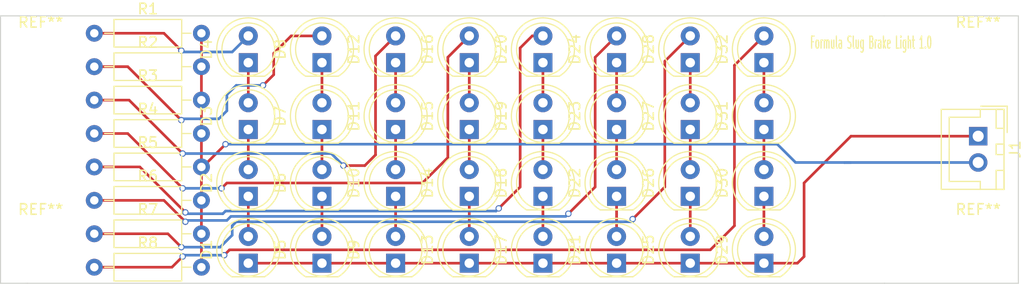
<source format=kicad_pcb>
(kicad_pcb (version 4) (host pcbnew 4.0.5)

  (general
    (links 48)
    (no_connects 0)
    (area 90.772857 56.786 186.087143 85.681)
    (thickness 1.6)
    (drawings 9)
    (tracks 142)
    (zones 0)
    (modules 45)
    (nets 35)
  )

  (page A4)
  (layers
    (0 F.Cu signal)
    (31 B.Cu signal)
    (32 B.Adhes user)
    (33 F.Adhes user)
    (34 B.Paste user)
    (35 F.Paste user)
    (36 B.SilkS user)
    (37 F.SilkS user)
    (38 B.Mask user)
    (39 F.Mask user)
    (40 Dwgs.User user)
    (41 Cmts.User user)
    (42 Eco1.User user)
    (43 Eco2.User user)
    (44 Edge.Cuts user)
    (45 Margin user)
    (46 B.CrtYd user hide)
    (47 F.CrtYd user)
    (48 B.Fab user hide)
    (49 F.Fab user hide)
  )

  (setup
    (last_trace_width 0.254)
    (user_trace_width 0.254)
    (user_trace_width 0.508)
    (trace_clearance 0.2)
    (zone_clearance 0.508)
    (zone_45_only no)
    (trace_min 0.2)
    (segment_width 0.2)
    (edge_width 0.1)
    (via_size 0.6)
    (via_drill 0.4)
    (via_min_size 0.4)
    (via_min_drill 0.3)
    (uvia_size 0.3)
    (uvia_drill 0.1)
    (uvias_allowed no)
    (uvia_min_size 0.2)
    (uvia_min_drill 0.1)
    (pcb_text_width 0.3)
    (pcb_text_size 1.5 1.5)
    (mod_edge_width 0.15)
    (mod_text_size 1 1)
    (mod_text_width 0.15)
    (pad_size 1.5 1.5)
    (pad_drill 0.6)
    (pad_to_mask_clearance 0)
    (aux_axis_origin 0 0)
    (visible_elements FFFCFF7F)
    (pcbplotparams
      (layerselection 0x00030_80000001)
      (usegerberextensions false)
      (excludeedgelayer true)
      (linewidth 0.100000)
      (plotframeref false)
      (viasonmask false)
      (mode 1)
      (useauxorigin false)
      (hpglpennumber 1)
      (hpglpenspeed 20)
      (hpglpendiameter 15)
      (hpglpenoverlay 2)
      (psnegative false)
      (psa4output false)
      (plotreference true)
      (plotvalue true)
      (plotinvisibletext false)
      (padsonsilk false)
      (subtractmaskfromsilk false)
      (outputformat 1)
      (mirror false)
      (drillshape 1)
      (scaleselection 1)
      (outputdirectory ""))
  )

  (net 0 "")
  (net 1 +12V)
  (net 2 "Net-(D1-Pad2)")
  (net 3 "Net-(D2-Pad2)")
  (net 4 "Net-(D3-Pad2)")
  (net 5 "Net-(D4-Pad2)")
  (net 6 "Net-(D5-Pad2)")
  (net 7 "Net-(D6-Pad2)")
  (net 8 "Net-(D7-Pad2)")
  (net 9 "Net-(D8-Pad2)")
  (net 10 "Net-(D10-Pad1)")
  (net 11 "Net-(D10-Pad2)")
  (net 12 "Net-(D11-Pad2)")
  (net 13 "Net-(D12-Pad2)")
  (net 14 "Net-(D13-Pad2)")
  (net 15 "Net-(D14-Pad2)")
  (net 16 "Net-(D15-Pad2)")
  (net 17 "Net-(D16-Pad2)")
  (net 18 "Net-(D17-Pad2)")
  (net 19 "Net-(D18-Pad2)")
  (net 20 "Net-(D19-Pad2)")
  (net 21 "Net-(D20-Pad2)")
  (net 22 "Net-(D21-Pad2)")
  (net 23 "Net-(D22-Pad2)")
  (net 24 "Net-(D23-Pad2)")
  (net 25 "Net-(D24-Pad2)")
  (net 26 "Net-(D25-Pad2)")
  (net 27 "Net-(D26-Pad2)")
  (net 28 "Net-(D27-Pad2)")
  (net 29 "Net-(D28-Pad2)")
  (net 30 "Net-(D29-Pad2)")
  (net 31 "Net-(D30-Pad2)")
  (net 32 "Net-(D31-Pad2)")
  (net 33 "Net-(D32-Pad2)")
  (net 34 GND)

  (net_class Default "This is the default net class."
    (clearance 0.2)
    (trace_width 0.25)
    (via_dia 0.6)
    (via_drill 0.4)
    (uvia_dia 0.3)
    (uvia_drill 0.1)
    (add_net +12V)
    (add_net GND)
    (add_net "Net-(D1-Pad2)")
    (add_net "Net-(D10-Pad1)")
    (add_net "Net-(D10-Pad2)")
    (add_net "Net-(D11-Pad2)")
    (add_net "Net-(D12-Pad2)")
    (add_net "Net-(D13-Pad2)")
    (add_net "Net-(D14-Pad2)")
    (add_net "Net-(D15-Pad2)")
    (add_net "Net-(D16-Pad2)")
    (add_net "Net-(D17-Pad2)")
    (add_net "Net-(D18-Pad2)")
    (add_net "Net-(D19-Pad2)")
    (add_net "Net-(D2-Pad2)")
    (add_net "Net-(D20-Pad2)")
    (add_net "Net-(D21-Pad2)")
    (add_net "Net-(D22-Pad2)")
    (add_net "Net-(D23-Pad2)")
    (add_net "Net-(D24-Pad2)")
    (add_net "Net-(D25-Pad2)")
    (add_net "Net-(D26-Pad2)")
    (add_net "Net-(D27-Pad2)")
    (add_net "Net-(D28-Pad2)")
    (add_net "Net-(D29-Pad2)")
    (add_net "Net-(D3-Pad2)")
    (add_net "Net-(D30-Pad2)")
    (add_net "Net-(D31-Pad2)")
    (add_net "Net-(D32-Pad2)")
    (add_net "Net-(D4-Pad2)")
    (add_net "Net-(D5-Pad2)")
    (add_net "Net-(D6-Pad2)")
    (add_net "Net-(D7-Pad2)")
    (add_net "Net-(D8-Pad2)")
  )

  (module LEDs:LED_D5.0mm (layer F.Cu) (tedit 587A3A7B) (tstamp 5983E38F)
    (at 120.015 81.915 90)
    (descr "LED, diameter 5.0mm, 2 pins, http://cdn-reichelt.de/documents/datenblatt/A500/LL-504BC2E-009.pdf")
    (tags "LED diameter 5.0mm 2 pins")
    (path /59840AB7)
    (fp_text reference D1 (at 1.27 -3.96 90) (layer F.SilkS)
      (effects (font (size 1 1) (thickness 0.15)))
    )
    (fp_text value LED_Small (at 1.27 3.96 90) (layer F.Fab)
      (effects (font (size 1 1) (thickness 0.15)))
    )
    (fp_arc (start 1.27 0) (end -1.23 -1.469694) (angle 299.1) (layer F.Fab) (width 0.1))
    (fp_arc (start 1.27 0) (end -1.29 -1.54483) (angle 148.9) (layer F.SilkS) (width 0.12))
    (fp_arc (start 1.27 0) (end -1.29 1.54483) (angle -148.9) (layer F.SilkS) (width 0.12))
    (fp_circle (center 1.27 0) (end 3.77 0) (layer F.Fab) (width 0.1))
    (fp_circle (center 1.27 0) (end 3.77 0) (layer F.SilkS) (width 0.12))
    (fp_line (start -1.23 -1.469694) (end -1.23 1.469694) (layer F.Fab) (width 0.1))
    (fp_line (start -1.29 -1.545) (end -1.29 1.545) (layer F.SilkS) (width 0.12))
    (fp_line (start -1.95 -3.25) (end -1.95 3.25) (layer F.CrtYd) (width 0.05))
    (fp_line (start -1.95 3.25) (end 4.5 3.25) (layer F.CrtYd) (width 0.05))
    (fp_line (start 4.5 3.25) (end 4.5 -3.25) (layer F.CrtYd) (width 0.05))
    (fp_line (start 4.5 -3.25) (end -1.95 -3.25) (layer F.CrtYd) (width 0.05))
    (pad 1 thru_hole rect (at 0 0 90) (size 1.8 1.8) (drill 0.9) (layers *.Cu *.Mask)
      (net 1 +12V))
    (pad 2 thru_hole circle (at 2.54 0 90) (size 1.8 1.8) (drill 0.9) (layers *.Cu *.Mask)
      (net 2 "Net-(D1-Pad2)"))
    (model ${KISYS3DMOD}/LEDs.3dshapes/LED_D5.0mm.wrl
      (at (xyz 0 0 0))
      (scale (xyz 0.393701 0.393701 0.393701))
      (rotate (xyz 0 0 0))
    )
  )

  (module LEDs:LED_D5.0mm (layer F.Cu) (tedit 587A3A7B) (tstamp 5983E395)
    (at 120.015 75.565 90)
    (descr "LED, diameter 5.0mm, 2 pins, http://cdn-reichelt.de/documents/datenblatt/A500/LL-504BC2E-009.pdf")
    (tags "LED diameter 5.0mm 2 pins")
    (path /598418BD)
    (fp_text reference D2 (at 1.27 -3.96 90) (layer F.SilkS)
      (effects (font (size 1 1) (thickness 0.15)))
    )
    (fp_text value LED_Small (at 1.27 3.96 90) (layer F.Fab)
      (effects (font (size 1 1) (thickness 0.15)))
    )
    (fp_arc (start 1.27 0) (end -1.23 -1.469694) (angle 299.1) (layer F.Fab) (width 0.1))
    (fp_arc (start 1.27 0) (end -1.29 -1.54483) (angle 148.9) (layer F.SilkS) (width 0.12))
    (fp_arc (start 1.27 0) (end -1.29 1.54483) (angle -148.9) (layer F.SilkS) (width 0.12))
    (fp_circle (center 1.27 0) (end 3.77 0) (layer F.Fab) (width 0.1))
    (fp_circle (center 1.27 0) (end 3.77 0) (layer F.SilkS) (width 0.12))
    (fp_line (start -1.23 -1.469694) (end -1.23 1.469694) (layer F.Fab) (width 0.1))
    (fp_line (start -1.29 -1.545) (end -1.29 1.545) (layer F.SilkS) (width 0.12))
    (fp_line (start -1.95 -3.25) (end -1.95 3.25) (layer F.CrtYd) (width 0.05))
    (fp_line (start -1.95 3.25) (end 4.5 3.25) (layer F.CrtYd) (width 0.05))
    (fp_line (start 4.5 3.25) (end 4.5 -3.25) (layer F.CrtYd) (width 0.05))
    (fp_line (start 4.5 -3.25) (end -1.95 -3.25) (layer F.CrtYd) (width 0.05))
    (pad 1 thru_hole rect (at 0 0 90) (size 1.8 1.8) (drill 0.9) (layers *.Cu *.Mask)
      (net 2 "Net-(D1-Pad2)"))
    (pad 2 thru_hole circle (at 2.54 0 90) (size 1.8 1.8) (drill 0.9) (layers *.Cu *.Mask)
      (net 3 "Net-(D2-Pad2)"))
    (model ${KISYS3DMOD}/LEDs.3dshapes/LED_D5.0mm.wrl
      (at (xyz 0 0 0))
      (scale (xyz 0.393701 0.393701 0.393701))
      (rotate (xyz 0 0 0))
    )
  )

  (module LEDs:LED_D5.0mm (layer F.Cu) (tedit 587A3A7B) (tstamp 5983E39B)
    (at 120.015 69.215 90)
    (descr "LED, diameter 5.0mm, 2 pins, http://cdn-reichelt.de/documents/datenblatt/A500/LL-504BC2E-009.pdf")
    (tags "LED diameter 5.0mm 2 pins")
    (path /59842230)
    (fp_text reference D3 (at 1.27 -3.96 90) (layer F.SilkS)
      (effects (font (size 1 1) (thickness 0.15)))
    )
    (fp_text value LED_Small (at 1.27 3.96 90) (layer F.Fab)
      (effects (font (size 1 1) (thickness 0.15)))
    )
    (fp_arc (start 1.27 0) (end -1.23 -1.469694) (angle 299.1) (layer F.Fab) (width 0.1))
    (fp_arc (start 1.27 0) (end -1.29 -1.54483) (angle 148.9) (layer F.SilkS) (width 0.12))
    (fp_arc (start 1.27 0) (end -1.29 1.54483) (angle -148.9) (layer F.SilkS) (width 0.12))
    (fp_circle (center 1.27 0) (end 3.77 0) (layer F.Fab) (width 0.1))
    (fp_circle (center 1.27 0) (end 3.77 0) (layer F.SilkS) (width 0.12))
    (fp_line (start -1.23 -1.469694) (end -1.23 1.469694) (layer F.Fab) (width 0.1))
    (fp_line (start -1.29 -1.545) (end -1.29 1.545) (layer F.SilkS) (width 0.12))
    (fp_line (start -1.95 -3.25) (end -1.95 3.25) (layer F.CrtYd) (width 0.05))
    (fp_line (start -1.95 3.25) (end 4.5 3.25) (layer F.CrtYd) (width 0.05))
    (fp_line (start 4.5 3.25) (end 4.5 -3.25) (layer F.CrtYd) (width 0.05))
    (fp_line (start 4.5 -3.25) (end -1.95 -3.25) (layer F.CrtYd) (width 0.05))
    (pad 1 thru_hole rect (at 0 0 90) (size 1.8 1.8) (drill 0.9) (layers *.Cu *.Mask)
      (net 3 "Net-(D2-Pad2)"))
    (pad 2 thru_hole circle (at 2.54 0 90) (size 1.8 1.8) (drill 0.9) (layers *.Cu *.Mask)
      (net 4 "Net-(D3-Pad2)"))
    (model ${KISYS3DMOD}/LEDs.3dshapes/LED_D5.0mm.wrl
      (at (xyz 0 0 0))
      (scale (xyz 0.393701 0.393701 0.393701))
      (rotate (xyz 0 0 0))
    )
  )

  (module LEDs:LED_D5.0mm (layer F.Cu) (tedit 587A3A7B) (tstamp 5983E3A1)
    (at 120.015 62.865 90)
    (descr "LED, diameter 5.0mm, 2 pins, http://cdn-reichelt.de/documents/datenblatt/A500/LL-504BC2E-009.pdf")
    (tags "LED diameter 5.0mm 2 pins")
    (path /59842E10)
    (fp_text reference D4 (at 1.27 -3.96 90) (layer F.SilkS)
      (effects (font (size 1 1) (thickness 0.15)))
    )
    (fp_text value LED_Small (at 1.27 3.96 90) (layer F.Fab)
      (effects (font (size 1 1) (thickness 0.15)))
    )
    (fp_arc (start 1.27 0) (end -1.23 -1.469694) (angle 299.1) (layer F.Fab) (width 0.1))
    (fp_arc (start 1.27 0) (end -1.29 -1.54483) (angle 148.9) (layer F.SilkS) (width 0.12))
    (fp_arc (start 1.27 0) (end -1.29 1.54483) (angle -148.9) (layer F.SilkS) (width 0.12))
    (fp_circle (center 1.27 0) (end 3.77 0) (layer F.Fab) (width 0.1))
    (fp_circle (center 1.27 0) (end 3.77 0) (layer F.SilkS) (width 0.12))
    (fp_line (start -1.23 -1.469694) (end -1.23 1.469694) (layer F.Fab) (width 0.1))
    (fp_line (start -1.29 -1.545) (end -1.29 1.545) (layer F.SilkS) (width 0.12))
    (fp_line (start -1.95 -3.25) (end -1.95 3.25) (layer F.CrtYd) (width 0.05))
    (fp_line (start -1.95 3.25) (end 4.5 3.25) (layer F.CrtYd) (width 0.05))
    (fp_line (start 4.5 3.25) (end 4.5 -3.25) (layer F.CrtYd) (width 0.05))
    (fp_line (start 4.5 -3.25) (end -1.95 -3.25) (layer F.CrtYd) (width 0.05))
    (pad 1 thru_hole rect (at 0 0 90) (size 1.8 1.8) (drill 0.9) (layers *.Cu *.Mask)
      (net 4 "Net-(D3-Pad2)"))
    (pad 2 thru_hole circle (at 2.54 0 90) (size 1.8 1.8) (drill 0.9) (layers *.Cu *.Mask)
      (net 5 "Net-(D4-Pad2)"))
    (model ${KISYS3DMOD}/LEDs.3dshapes/LED_D5.0mm.wrl
      (at (xyz 0 0 0))
      (scale (xyz 0.393701 0.393701 0.393701))
      (rotate (xyz 0 0 0))
    )
  )

  (module LEDs:LED_D5.0mm (layer F.Cu) (tedit 587A3A7B) (tstamp 5983E3A7)
    (at 127 81.915 90)
    (descr "LED, diameter 5.0mm, 2 pins, http://cdn-reichelt.de/documents/datenblatt/A500/LL-504BC2E-009.pdf")
    (tags "LED diameter 5.0mm 2 pins")
    (path /59840F63)
    (fp_text reference D5 (at 1.27 -3.96 90) (layer F.SilkS)
      (effects (font (size 1 1) (thickness 0.15)))
    )
    (fp_text value LED_Small (at 1.27 3.96 90) (layer F.Fab)
      (effects (font (size 1 1) (thickness 0.15)))
    )
    (fp_arc (start 1.27 0) (end -1.23 -1.469694) (angle 299.1) (layer F.Fab) (width 0.1))
    (fp_arc (start 1.27 0) (end -1.29 -1.54483) (angle 148.9) (layer F.SilkS) (width 0.12))
    (fp_arc (start 1.27 0) (end -1.29 1.54483) (angle -148.9) (layer F.SilkS) (width 0.12))
    (fp_circle (center 1.27 0) (end 3.77 0) (layer F.Fab) (width 0.1))
    (fp_circle (center 1.27 0) (end 3.77 0) (layer F.SilkS) (width 0.12))
    (fp_line (start -1.23 -1.469694) (end -1.23 1.469694) (layer F.Fab) (width 0.1))
    (fp_line (start -1.29 -1.545) (end -1.29 1.545) (layer F.SilkS) (width 0.12))
    (fp_line (start -1.95 -3.25) (end -1.95 3.25) (layer F.CrtYd) (width 0.05))
    (fp_line (start -1.95 3.25) (end 4.5 3.25) (layer F.CrtYd) (width 0.05))
    (fp_line (start 4.5 3.25) (end 4.5 -3.25) (layer F.CrtYd) (width 0.05))
    (fp_line (start 4.5 -3.25) (end -1.95 -3.25) (layer F.CrtYd) (width 0.05))
    (pad 1 thru_hole rect (at 0 0 90) (size 1.8 1.8) (drill 0.9) (layers *.Cu *.Mask)
      (net 1 +12V))
    (pad 2 thru_hole circle (at 2.54 0 90) (size 1.8 1.8) (drill 0.9) (layers *.Cu *.Mask)
      (net 6 "Net-(D5-Pad2)"))
    (model ${KISYS3DMOD}/LEDs.3dshapes/LED_D5.0mm.wrl
      (at (xyz 0 0 0))
      (scale (xyz 0.393701 0.393701 0.393701))
      (rotate (xyz 0 0 0))
    )
  )

  (module LEDs:LED_D5.0mm (layer F.Cu) (tedit 587A3A7B) (tstamp 5983E3AD)
    (at 127 75.565 90)
    (descr "LED, diameter 5.0mm, 2 pins, http://cdn-reichelt.de/documents/datenblatt/A500/LL-504BC2E-009.pdf")
    (tags "LED diameter 5.0mm 2 pins")
    (path /598419E0)
    (fp_text reference D6 (at 1.27 -3.96 90) (layer F.SilkS)
      (effects (font (size 1 1) (thickness 0.15)))
    )
    (fp_text value LED_Small (at 1.27 3.96 90) (layer F.Fab)
      (effects (font (size 1 1) (thickness 0.15)))
    )
    (fp_arc (start 1.27 0) (end -1.23 -1.469694) (angle 299.1) (layer F.Fab) (width 0.1))
    (fp_arc (start 1.27 0) (end -1.29 -1.54483) (angle 148.9) (layer F.SilkS) (width 0.12))
    (fp_arc (start 1.27 0) (end -1.29 1.54483) (angle -148.9) (layer F.SilkS) (width 0.12))
    (fp_circle (center 1.27 0) (end 3.77 0) (layer F.Fab) (width 0.1))
    (fp_circle (center 1.27 0) (end 3.77 0) (layer F.SilkS) (width 0.12))
    (fp_line (start -1.23 -1.469694) (end -1.23 1.469694) (layer F.Fab) (width 0.1))
    (fp_line (start -1.29 -1.545) (end -1.29 1.545) (layer F.SilkS) (width 0.12))
    (fp_line (start -1.95 -3.25) (end -1.95 3.25) (layer F.CrtYd) (width 0.05))
    (fp_line (start -1.95 3.25) (end 4.5 3.25) (layer F.CrtYd) (width 0.05))
    (fp_line (start 4.5 3.25) (end 4.5 -3.25) (layer F.CrtYd) (width 0.05))
    (fp_line (start 4.5 -3.25) (end -1.95 -3.25) (layer F.CrtYd) (width 0.05))
    (pad 1 thru_hole rect (at 0 0 90) (size 1.8 1.8) (drill 0.9) (layers *.Cu *.Mask)
      (net 6 "Net-(D5-Pad2)"))
    (pad 2 thru_hole circle (at 2.54 0 90) (size 1.8 1.8) (drill 0.9) (layers *.Cu *.Mask)
      (net 7 "Net-(D6-Pad2)"))
    (model ${KISYS3DMOD}/LEDs.3dshapes/LED_D5.0mm.wrl
      (at (xyz 0 0 0))
      (scale (xyz 0.393701 0.393701 0.393701))
      (rotate (xyz 0 0 0))
    )
  )

  (module LEDs:LED_D5.0mm (layer F.Cu) (tedit 587A3A7B) (tstamp 5983E3B3)
    (at 127 69.215 90)
    (descr "LED, diameter 5.0mm, 2 pins, http://cdn-reichelt.de/documents/datenblatt/A500/LL-504BC2E-009.pdf")
    (tags "LED diameter 5.0mm 2 pins")
    (path /59842369)
    (fp_text reference D7 (at 1.27 -3.96 90) (layer F.SilkS)
      (effects (font (size 1 1) (thickness 0.15)))
    )
    (fp_text value LED_Small (at 1.27 3.96 90) (layer F.Fab)
      (effects (font (size 1 1) (thickness 0.15)))
    )
    (fp_arc (start 1.27 0) (end -1.23 -1.469694) (angle 299.1) (layer F.Fab) (width 0.1))
    (fp_arc (start 1.27 0) (end -1.29 -1.54483) (angle 148.9) (layer F.SilkS) (width 0.12))
    (fp_arc (start 1.27 0) (end -1.29 1.54483) (angle -148.9) (layer F.SilkS) (width 0.12))
    (fp_circle (center 1.27 0) (end 3.77 0) (layer F.Fab) (width 0.1))
    (fp_circle (center 1.27 0) (end 3.77 0) (layer F.SilkS) (width 0.12))
    (fp_line (start -1.23 -1.469694) (end -1.23 1.469694) (layer F.Fab) (width 0.1))
    (fp_line (start -1.29 -1.545) (end -1.29 1.545) (layer F.SilkS) (width 0.12))
    (fp_line (start -1.95 -3.25) (end -1.95 3.25) (layer F.CrtYd) (width 0.05))
    (fp_line (start -1.95 3.25) (end 4.5 3.25) (layer F.CrtYd) (width 0.05))
    (fp_line (start 4.5 3.25) (end 4.5 -3.25) (layer F.CrtYd) (width 0.05))
    (fp_line (start 4.5 -3.25) (end -1.95 -3.25) (layer F.CrtYd) (width 0.05))
    (pad 1 thru_hole rect (at 0 0 90) (size 1.8 1.8) (drill 0.9) (layers *.Cu *.Mask)
      (net 7 "Net-(D6-Pad2)"))
    (pad 2 thru_hole circle (at 2.54 0 90) (size 1.8 1.8) (drill 0.9) (layers *.Cu *.Mask)
      (net 8 "Net-(D7-Pad2)"))
    (model ${KISYS3DMOD}/LEDs.3dshapes/LED_D5.0mm.wrl
      (at (xyz 0 0 0))
      (scale (xyz 0.393701 0.393701 0.393701))
      (rotate (xyz 0 0 0))
    )
  )

  (module LEDs:LED_D5.0mm (layer F.Cu) (tedit 587A3A7B) (tstamp 5983E3B9)
    (at 127 62.865 90)
    (descr "LED, diameter 5.0mm, 2 pins, http://cdn-reichelt.de/documents/datenblatt/A500/LL-504BC2E-009.pdf")
    (tags "LED diameter 5.0mm 2 pins")
    (path /59842F82)
    (fp_text reference D8 (at 1.27 -3.96 90) (layer F.SilkS)
      (effects (font (size 1 1) (thickness 0.15)))
    )
    (fp_text value LED_Small (at 1.27 3.96 90) (layer F.Fab)
      (effects (font (size 1 1) (thickness 0.15)))
    )
    (fp_arc (start 1.27 0) (end -1.23 -1.469694) (angle 299.1) (layer F.Fab) (width 0.1))
    (fp_arc (start 1.27 0) (end -1.29 -1.54483) (angle 148.9) (layer F.SilkS) (width 0.12))
    (fp_arc (start 1.27 0) (end -1.29 1.54483) (angle -148.9) (layer F.SilkS) (width 0.12))
    (fp_circle (center 1.27 0) (end 3.77 0) (layer F.Fab) (width 0.1))
    (fp_circle (center 1.27 0) (end 3.77 0) (layer F.SilkS) (width 0.12))
    (fp_line (start -1.23 -1.469694) (end -1.23 1.469694) (layer F.Fab) (width 0.1))
    (fp_line (start -1.29 -1.545) (end -1.29 1.545) (layer F.SilkS) (width 0.12))
    (fp_line (start -1.95 -3.25) (end -1.95 3.25) (layer F.CrtYd) (width 0.05))
    (fp_line (start -1.95 3.25) (end 4.5 3.25) (layer F.CrtYd) (width 0.05))
    (fp_line (start 4.5 3.25) (end 4.5 -3.25) (layer F.CrtYd) (width 0.05))
    (fp_line (start 4.5 -3.25) (end -1.95 -3.25) (layer F.CrtYd) (width 0.05))
    (pad 1 thru_hole rect (at 0 0 90) (size 1.8 1.8) (drill 0.9) (layers *.Cu *.Mask)
      (net 8 "Net-(D7-Pad2)"))
    (pad 2 thru_hole circle (at 2.54 0 90) (size 1.8 1.8) (drill 0.9) (layers *.Cu *.Mask)
      (net 9 "Net-(D8-Pad2)"))
    (model ${KISYS3DMOD}/LEDs.3dshapes/LED_D5.0mm.wrl
      (at (xyz 0 0 0))
      (scale (xyz 0.393701 0.393701 0.393701))
      (rotate (xyz 0 0 0))
    )
  )

  (module LEDs:LED_D5.0mm (layer F.Cu) (tedit 587A3A7B) (tstamp 5983E3BF)
    (at 133.985 81.915 90)
    (descr "LED, diameter 5.0mm, 2 pins, http://cdn-reichelt.de/documents/datenblatt/A500/LL-504BC2E-009.pdf")
    (tags "LED diameter 5.0mm 2 pins")
    (path /59841221)
    (fp_text reference D9 (at 1.27 -3.96 90) (layer F.SilkS)
      (effects (font (size 1 1) (thickness 0.15)))
    )
    (fp_text value LED_Small (at 1.27 3.96 90) (layer F.Fab)
      (effects (font (size 1 1) (thickness 0.15)))
    )
    (fp_arc (start 1.27 0) (end -1.23 -1.469694) (angle 299.1) (layer F.Fab) (width 0.1))
    (fp_arc (start 1.27 0) (end -1.29 -1.54483) (angle 148.9) (layer F.SilkS) (width 0.12))
    (fp_arc (start 1.27 0) (end -1.29 1.54483) (angle -148.9) (layer F.SilkS) (width 0.12))
    (fp_circle (center 1.27 0) (end 3.77 0) (layer F.Fab) (width 0.1))
    (fp_circle (center 1.27 0) (end 3.77 0) (layer F.SilkS) (width 0.12))
    (fp_line (start -1.23 -1.469694) (end -1.23 1.469694) (layer F.Fab) (width 0.1))
    (fp_line (start -1.29 -1.545) (end -1.29 1.545) (layer F.SilkS) (width 0.12))
    (fp_line (start -1.95 -3.25) (end -1.95 3.25) (layer F.CrtYd) (width 0.05))
    (fp_line (start -1.95 3.25) (end 4.5 3.25) (layer F.CrtYd) (width 0.05))
    (fp_line (start 4.5 3.25) (end 4.5 -3.25) (layer F.CrtYd) (width 0.05))
    (fp_line (start 4.5 -3.25) (end -1.95 -3.25) (layer F.CrtYd) (width 0.05))
    (pad 1 thru_hole rect (at 0 0 90) (size 1.8 1.8) (drill 0.9) (layers *.Cu *.Mask)
      (net 1 +12V))
    (pad 2 thru_hole circle (at 2.54 0 90) (size 1.8 1.8) (drill 0.9) (layers *.Cu *.Mask)
      (net 10 "Net-(D10-Pad1)"))
    (model ${KISYS3DMOD}/LEDs.3dshapes/LED_D5.0mm.wrl
      (at (xyz 0 0 0))
      (scale (xyz 0.393701 0.393701 0.393701))
      (rotate (xyz 0 0 0))
    )
  )

  (module LEDs:LED_D5.0mm (layer F.Cu) (tedit 587A3A7B) (tstamp 5983E3C5)
    (at 133.985 75.565 90)
    (descr "LED, diameter 5.0mm, 2 pins, http://cdn-reichelt.de/documents/datenblatt/A500/LL-504BC2E-009.pdf")
    (tags "LED diameter 5.0mm 2 pins")
    (path /59841B11)
    (fp_text reference D10 (at 1.27 -3.96 90) (layer F.SilkS)
      (effects (font (size 1 1) (thickness 0.15)))
    )
    (fp_text value LED_Small (at 1.27 3.96 90) (layer F.Fab)
      (effects (font (size 1 1) (thickness 0.15)))
    )
    (fp_arc (start 1.27 0) (end -1.23 -1.469694) (angle 299.1) (layer F.Fab) (width 0.1))
    (fp_arc (start 1.27 0) (end -1.29 -1.54483) (angle 148.9) (layer F.SilkS) (width 0.12))
    (fp_arc (start 1.27 0) (end -1.29 1.54483) (angle -148.9) (layer F.SilkS) (width 0.12))
    (fp_circle (center 1.27 0) (end 3.77 0) (layer F.Fab) (width 0.1))
    (fp_circle (center 1.27 0) (end 3.77 0) (layer F.SilkS) (width 0.12))
    (fp_line (start -1.23 -1.469694) (end -1.23 1.469694) (layer F.Fab) (width 0.1))
    (fp_line (start -1.29 -1.545) (end -1.29 1.545) (layer F.SilkS) (width 0.12))
    (fp_line (start -1.95 -3.25) (end -1.95 3.25) (layer F.CrtYd) (width 0.05))
    (fp_line (start -1.95 3.25) (end 4.5 3.25) (layer F.CrtYd) (width 0.05))
    (fp_line (start 4.5 3.25) (end 4.5 -3.25) (layer F.CrtYd) (width 0.05))
    (fp_line (start 4.5 -3.25) (end -1.95 -3.25) (layer F.CrtYd) (width 0.05))
    (pad 1 thru_hole rect (at 0 0 90) (size 1.8 1.8) (drill 0.9) (layers *.Cu *.Mask)
      (net 10 "Net-(D10-Pad1)"))
    (pad 2 thru_hole circle (at 2.54 0 90) (size 1.8 1.8) (drill 0.9) (layers *.Cu *.Mask)
      (net 11 "Net-(D10-Pad2)"))
    (model ${KISYS3DMOD}/LEDs.3dshapes/LED_D5.0mm.wrl
      (at (xyz 0 0 0))
      (scale (xyz 0.393701 0.393701 0.393701))
      (rotate (xyz 0 0 0))
    )
  )

  (module LEDs:LED_D5.0mm (layer F.Cu) (tedit 587A3A7B) (tstamp 5983E3CB)
    (at 133.985 69.215 90)
    (descr "LED, diameter 5.0mm, 2 pins, http://cdn-reichelt.de/documents/datenblatt/A500/LL-504BC2E-009.pdf")
    (tags "LED diameter 5.0mm 2 pins")
    (path /59842650)
    (fp_text reference D11 (at 1.27 -3.96 90) (layer F.SilkS)
      (effects (font (size 1 1) (thickness 0.15)))
    )
    (fp_text value LED_Small (at 1.27 3.96 90) (layer F.Fab)
      (effects (font (size 1 1) (thickness 0.15)))
    )
    (fp_arc (start 1.27 0) (end -1.23 -1.469694) (angle 299.1) (layer F.Fab) (width 0.1))
    (fp_arc (start 1.27 0) (end -1.29 -1.54483) (angle 148.9) (layer F.SilkS) (width 0.12))
    (fp_arc (start 1.27 0) (end -1.29 1.54483) (angle -148.9) (layer F.SilkS) (width 0.12))
    (fp_circle (center 1.27 0) (end 3.77 0) (layer F.Fab) (width 0.1))
    (fp_circle (center 1.27 0) (end 3.77 0) (layer F.SilkS) (width 0.12))
    (fp_line (start -1.23 -1.469694) (end -1.23 1.469694) (layer F.Fab) (width 0.1))
    (fp_line (start -1.29 -1.545) (end -1.29 1.545) (layer F.SilkS) (width 0.12))
    (fp_line (start -1.95 -3.25) (end -1.95 3.25) (layer F.CrtYd) (width 0.05))
    (fp_line (start -1.95 3.25) (end 4.5 3.25) (layer F.CrtYd) (width 0.05))
    (fp_line (start 4.5 3.25) (end 4.5 -3.25) (layer F.CrtYd) (width 0.05))
    (fp_line (start 4.5 -3.25) (end -1.95 -3.25) (layer F.CrtYd) (width 0.05))
    (pad 1 thru_hole rect (at 0 0 90) (size 1.8 1.8) (drill 0.9) (layers *.Cu *.Mask)
      (net 11 "Net-(D10-Pad2)"))
    (pad 2 thru_hole circle (at 2.54 0 90) (size 1.8 1.8) (drill 0.9) (layers *.Cu *.Mask)
      (net 12 "Net-(D11-Pad2)"))
    (model ${KISYS3DMOD}/LEDs.3dshapes/LED_D5.0mm.wrl
      (at (xyz 0 0 0))
      (scale (xyz 0.393701 0.393701 0.393701))
      (rotate (xyz 0 0 0))
    )
  )

  (module LEDs:LED_D5.0mm (layer F.Cu) (tedit 587A3A7B) (tstamp 5983E3D1)
    (at 133.985 62.865 90)
    (descr "LED, diameter 5.0mm, 2 pins, http://cdn-reichelt.de/documents/datenblatt/A500/LL-504BC2E-009.pdf")
    (tags "LED diameter 5.0mm 2 pins")
    (path /598430D9)
    (fp_text reference D12 (at 1.27 -3.96 90) (layer F.SilkS)
      (effects (font (size 1 1) (thickness 0.15)))
    )
    (fp_text value LED_Small (at 1.27 3.96 90) (layer F.Fab)
      (effects (font (size 1 1) (thickness 0.15)))
    )
    (fp_arc (start 1.27 0) (end -1.23 -1.469694) (angle 299.1) (layer F.Fab) (width 0.1))
    (fp_arc (start 1.27 0) (end -1.29 -1.54483) (angle 148.9) (layer F.SilkS) (width 0.12))
    (fp_arc (start 1.27 0) (end -1.29 1.54483) (angle -148.9) (layer F.SilkS) (width 0.12))
    (fp_circle (center 1.27 0) (end 3.77 0) (layer F.Fab) (width 0.1))
    (fp_circle (center 1.27 0) (end 3.77 0) (layer F.SilkS) (width 0.12))
    (fp_line (start -1.23 -1.469694) (end -1.23 1.469694) (layer F.Fab) (width 0.1))
    (fp_line (start -1.29 -1.545) (end -1.29 1.545) (layer F.SilkS) (width 0.12))
    (fp_line (start -1.95 -3.25) (end -1.95 3.25) (layer F.CrtYd) (width 0.05))
    (fp_line (start -1.95 3.25) (end 4.5 3.25) (layer F.CrtYd) (width 0.05))
    (fp_line (start 4.5 3.25) (end 4.5 -3.25) (layer F.CrtYd) (width 0.05))
    (fp_line (start 4.5 -3.25) (end -1.95 -3.25) (layer F.CrtYd) (width 0.05))
    (pad 1 thru_hole rect (at 0 0 90) (size 1.8 1.8) (drill 0.9) (layers *.Cu *.Mask)
      (net 12 "Net-(D11-Pad2)"))
    (pad 2 thru_hole circle (at 2.54 0 90) (size 1.8 1.8) (drill 0.9) (layers *.Cu *.Mask)
      (net 13 "Net-(D12-Pad2)"))
    (model ${KISYS3DMOD}/LEDs.3dshapes/LED_D5.0mm.wrl
      (at (xyz 0 0 0))
      (scale (xyz 0.393701 0.393701 0.393701))
      (rotate (xyz 0 0 0))
    )
  )

  (module LEDs:LED_D5.0mm (layer F.Cu) (tedit 587A3A7B) (tstamp 5983E3D7)
    (at 140.97 81.915 90)
    (descr "LED, diameter 5.0mm, 2 pins, http://cdn-reichelt.de/documents/datenblatt/A500/LL-504BC2E-009.pdf")
    (tags "LED diameter 5.0mm 2 pins")
    (path /59841333)
    (fp_text reference D13 (at 1.27 -3.96 90) (layer F.SilkS)
      (effects (font (size 1 1) (thickness 0.15)))
    )
    (fp_text value LED_Small (at 1.27 3.96 90) (layer F.Fab)
      (effects (font (size 1 1) (thickness 0.15)))
    )
    (fp_arc (start 1.27 0) (end -1.23 -1.469694) (angle 299.1) (layer F.Fab) (width 0.1))
    (fp_arc (start 1.27 0) (end -1.29 -1.54483) (angle 148.9) (layer F.SilkS) (width 0.12))
    (fp_arc (start 1.27 0) (end -1.29 1.54483) (angle -148.9) (layer F.SilkS) (width 0.12))
    (fp_circle (center 1.27 0) (end 3.77 0) (layer F.Fab) (width 0.1))
    (fp_circle (center 1.27 0) (end 3.77 0) (layer F.SilkS) (width 0.12))
    (fp_line (start -1.23 -1.469694) (end -1.23 1.469694) (layer F.Fab) (width 0.1))
    (fp_line (start -1.29 -1.545) (end -1.29 1.545) (layer F.SilkS) (width 0.12))
    (fp_line (start -1.95 -3.25) (end -1.95 3.25) (layer F.CrtYd) (width 0.05))
    (fp_line (start -1.95 3.25) (end 4.5 3.25) (layer F.CrtYd) (width 0.05))
    (fp_line (start 4.5 3.25) (end 4.5 -3.25) (layer F.CrtYd) (width 0.05))
    (fp_line (start 4.5 -3.25) (end -1.95 -3.25) (layer F.CrtYd) (width 0.05))
    (pad 1 thru_hole rect (at 0 0 90) (size 1.8 1.8) (drill 0.9) (layers *.Cu *.Mask)
      (net 1 +12V))
    (pad 2 thru_hole circle (at 2.54 0 90) (size 1.8 1.8) (drill 0.9) (layers *.Cu *.Mask)
      (net 14 "Net-(D13-Pad2)"))
    (model ${KISYS3DMOD}/LEDs.3dshapes/LED_D5.0mm.wrl
      (at (xyz 0 0 0))
      (scale (xyz 0.393701 0.393701 0.393701))
      (rotate (xyz 0 0 0))
    )
  )

  (module LEDs:LED_D5.0mm (layer F.Cu) (tedit 587A3A7B) (tstamp 5983E3DD)
    (at 140.97 75.565 90)
    (descr "LED, diameter 5.0mm, 2 pins, http://cdn-reichelt.de/documents/datenblatt/A500/LL-504BC2E-009.pdf")
    (tags "LED diameter 5.0mm 2 pins")
    (path /59841C39)
    (fp_text reference D14 (at 1.27 -3.96 90) (layer F.SilkS)
      (effects (font (size 1 1) (thickness 0.15)))
    )
    (fp_text value LED_Small (at 1.27 3.96 90) (layer F.Fab)
      (effects (font (size 1 1) (thickness 0.15)))
    )
    (fp_arc (start 1.27 0) (end -1.23 -1.469694) (angle 299.1) (layer F.Fab) (width 0.1))
    (fp_arc (start 1.27 0) (end -1.29 -1.54483) (angle 148.9) (layer F.SilkS) (width 0.12))
    (fp_arc (start 1.27 0) (end -1.29 1.54483) (angle -148.9) (layer F.SilkS) (width 0.12))
    (fp_circle (center 1.27 0) (end 3.77 0) (layer F.Fab) (width 0.1))
    (fp_circle (center 1.27 0) (end 3.77 0) (layer F.SilkS) (width 0.12))
    (fp_line (start -1.23 -1.469694) (end -1.23 1.469694) (layer F.Fab) (width 0.1))
    (fp_line (start -1.29 -1.545) (end -1.29 1.545) (layer F.SilkS) (width 0.12))
    (fp_line (start -1.95 -3.25) (end -1.95 3.25) (layer F.CrtYd) (width 0.05))
    (fp_line (start -1.95 3.25) (end 4.5 3.25) (layer F.CrtYd) (width 0.05))
    (fp_line (start 4.5 3.25) (end 4.5 -3.25) (layer F.CrtYd) (width 0.05))
    (fp_line (start 4.5 -3.25) (end -1.95 -3.25) (layer F.CrtYd) (width 0.05))
    (pad 1 thru_hole rect (at 0 0 90) (size 1.8 1.8) (drill 0.9) (layers *.Cu *.Mask)
      (net 14 "Net-(D13-Pad2)"))
    (pad 2 thru_hole circle (at 2.54 0 90) (size 1.8 1.8) (drill 0.9) (layers *.Cu *.Mask)
      (net 15 "Net-(D14-Pad2)"))
    (model ${KISYS3DMOD}/LEDs.3dshapes/LED_D5.0mm.wrl
      (at (xyz 0 0 0))
      (scale (xyz 0.393701 0.393701 0.393701))
      (rotate (xyz 0 0 0))
    )
  )

  (module LEDs:LED_D5.0mm (layer F.Cu) (tedit 587A3A7B) (tstamp 5983E3E3)
    (at 140.97 69.215 90)
    (descr "LED, diameter 5.0mm, 2 pins, http://cdn-reichelt.de/documents/datenblatt/A500/LL-504BC2E-009.pdf")
    (tags "LED diameter 5.0mm 2 pins")
    (path /5984278F)
    (fp_text reference D15 (at 1.27 -3.96 90) (layer F.SilkS)
      (effects (font (size 1 1) (thickness 0.15)))
    )
    (fp_text value LED_Small (at 1.27 3.96 90) (layer F.Fab)
      (effects (font (size 1 1) (thickness 0.15)))
    )
    (fp_arc (start 1.27 0) (end -1.23 -1.469694) (angle 299.1) (layer F.Fab) (width 0.1))
    (fp_arc (start 1.27 0) (end -1.29 -1.54483) (angle 148.9) (layer F.SilkS) (width 0.12))
    (fp_arc (start 1.27 0) (end -1.29 1.54483) (angle -148.9) (layer F.SilkS) (width 0.12))
    (fp_circle (center 1.27 0) (end 3.77 0) (layer F.Fab) (width 0.1))
    (fp_circle (center 1.27 0) (end 3.77 0) (layer F.SilkS) (width 0.12))
    (fp_line (start -1.23 -1.469694) (end -1.23 1.469694) (layer F.Fab) (width 0.1))
    (fp_line (start -1.29 -1.545) (end -1.29 1.545) (layer F.SilkS) (width 0.12))
    (fp_line (start -1.95 -3.25) (end -1.95 3.25) (layer F.CrtYd) (width 0.05))
    (fp_line (start -1.95 3.25) (end 4.5 3.25) (layer F.CrtYd) (width 0.05))
    (fp_line (start 4.5 3.25) (end 4.5 -3.25) (layer F.CrtYd) (width 0.05))
    (fp_line (start 4.5 -3.25) (end -1.95 -3.25) (layer F.CrtYd) (width 0.05))
    (pad 1 thru_hole rect (at 0 0 90) (size 1.8 1.8) (drill 0.9) (layers *.Cu *.Mask)
      (net 15 "Net-(D14-Pad2)"))
    (pad 2 thru_hole circle (at 2.54 0 90) (size 1.8 1.8) (drill 0.9) (layers *.Cu *.Mask)
      (net 16 "Net-(D15-Pad2)"))
    (model ${KISYS3DMOD}/LEDs.3dshapes/LED_D5.0mm.wrl
      (at (xyz 0 0 0))
      (scale (xyz 0.393701 0.393701 0.393701))
      (rotate (xyz 0 0 0))
    )
  )

  (module LEDs:LED_D5.0mm (layer F.Cu) (tedit 587A3A7B) (tstamp 5983E3E9)
    (at 140.97 62.865 90)
    (descr "LED, diameter 5.0mm, 2 pins, http://cdn-reichelt.de/documents/datenblatt/A500/LL-504BC2E-009.pdf")
    (tags "LED diameter 5.0mm 2 pins")
    (path /59843231)
    (fp_text reference D16 (at 1.27 -3.96 90) (layer F.SilkS)
      (effects (font (size 1 1) (thickness 0.15)))
    )
    (fp_text value LED_Small (at 1.27 3.96 90) (layer F.Fab)
      (effects (font (size 1 1) (thickness 0.15)))
    )
    (fp_arc (start 1.27 0) (end -1.23 -1.469694) (angle 299.1) (layer F.Fab) (width 0.1))
    (fp_arc (start 1.27 0) (end -1.29 -1.54483) (angle 148.9) (layer F.SilkS) (width 0.12))
    (fp_arc (start 1.27 0) (end -1.29 1.54483) (angle -148.9) (layer F.SilkS) (width 0.12))
    (fp_circle (center 1.27 0) (end 3.77 0) (layer F.Fab) (width 0.1))
    (fp_circle (center 1.27 0) (end 3.77 0) (layer F.SilkS) (width 0.12))
    (fp_line (start -1.23 -1.469694) (end -1.23 1.469694) (layer F.Fab) (width 0.1))
    (fp_line (start -1.29 -1.545) (end -1.29 1.545) (layer F.SilkS) (width 0.12))
    (fp_line (start -1.95 -3.25) (end -1.95 3.25) (layer F.CrtYd) (width 0.05))
    (fp_line (start -1.95 3.25) (end 4.5 3.25) (layer F.CrtYd) (width 0.05))
    (fp_line (start 4.5 3.25) (end 4.5 -3.25) (layer F.CrtYd) (width 0.05))
    (fp_line (start 4.5 -3.25) (end -1.95 -3.25) (layer F.CrtYd) (width 0.05))
    (pad 1 thru_hole rect (at 0 0 90) (size 1.8 1.8) (drill 0.9) (layers *.Cu *.Mask)
      (net 16 "Net-(D15-Pad2)"))
    (pad 2 thru_hole circle (at 2.54 0 90) (size 1.8 1.8) (drill 0.9) (layers *.Cu *.Mask)
      (net 17 "Net-(D16-Pad2)"))
    (model ${KISYS3DMOD}/LEDs.3dshapes/LED_D5.0mm.wrl
      (at (xyz 0 0 0))
      (scale (xyz 0.393701 0.393701 0.393701))
      (rotate (xyz 0 0 0))
    )
  )

  (module LEDs:LED_D5.0mm (layer F.Cu) (tedit 587A3A7B) (tstamp 5983E3EF)
    (at 147.955 81.915 90)
    (descr "LED, diameter 5.0mm, 2 pins, http://cdn-reichelt.de/documents/datenblatt/A500/LL-504BC2E-009.pdf")
    (tags "LED diameter 5.0mm 2 pins")
    (path /59841445)
    (fp_text reference D17 (at 1.27 -3.96 90) (layer F.SilkS)
      (effects (font (size 1 1) (thickness 0.15)))
    )
    (fp_text value LED_Small (at 1.27 3.96 90) (layer F.Fab)
      (effects (font (size 1 1) (thickness 0.15)))
    )
    (fp_arc (start 1.27 0) (end -1.23 -1.469694) (angle 299.1) (layer F.Fab) (width 0.1))
    (fp_arc (start 1.27 0) (end -1.29 -1.54483) (angle 148.9) (layer F.SilkS) (width 0.12))
    (fp_arc (start 1.27 0) (end -1.29 1.54483) (angle -148.9) (layer F.SilkS) (width 0.12))
    (fp_circle (center 1.27 0) (end 3.77 0) (layer F.Fab) (width 0.1))
    (fp_circle (center 1.27 0) (end 3.77 0) (layer F.SilkS) (width 0.12))
    (fp_line (start -1.23 -1.469694) (end -1.23 1.469694) (layer F.Fab) (width 0.1))
    (fp_line (start -1.29 -1.545) (end -1.29 1.545) (layer F.SilkS) (width 0.12))
    (fp_line (start -1.95 -3.25) (end -1.95 3.25) (layer F.CrtYd) (width 0.05))
    (fp_line (start -1.95 3.25) (end 4.5 3.25) (layer F.CrtYd) (width 0.05))
    (fp_line (start 4.5 3.25) (end 4.5 -3.25) (layer F.CrtYd) (width 0.05))
    (fp_line (start 4.5 -3.25) (end -1.95 -3.25) (layer F.CrtYd) (width 0.05))
    (pad 1 thru_hole rect (at 0 0 90) (size 1.8 1.8) (drill 0.9) (layers *.Cu *.Mask)
      (net 1 +12V))
    (pad 2 thru_hole circle (at 2.54 0 90) (size 1.8 1.8) (drill 0.9) (layers *.Cu *.Mask)
      (net 18 "Net-(D17-Pad2)"))
    (model ${KISYS3DMOD}/LEDs.3dshapes/LED_D5.0mm.wrl
      (at (xyz 0 0 0))
      (scale (xyz 0.393701 0.393701 0.393701))
      (rotate (xyz 0 0 0))
    )
  )

  (module LEDs:LED_D5.0mm (layer F.Cu) (tedit 587A3A7B) (tstamp 5983E3F5)
    (at 147.955 75.565 90)
    (descr "LED, diameter 5.0mm, 2 pins, http://cdn-reichelt.de/documents/datenblatt/A500/LL-504BC2E-009.pdf")
    (tags "LED diameter 5.0mm 2 pins")
    (path /59841D66)
    (fp_text reference D18 (at 1.27 -3.96 90) (layer F.SilkS)
      (effects (font (size 1 1) (thickness 0.15)))
    )
    (fp_text value LED_Small (at 1.27 3.96 90) (layer F.Fab)
      (effects (font (size 1 1) (thickness 0.15)))
    )
    (fp_arc (start 1.27 0) (end -1.23 -1.469694) (angle 299.1) (layer F.Fab) (width 0.1))
    (fp_arc (start 1.27 0) (end -1.29 -1.54483) (angle 148.9) (layer F.SilkS) (width 0.12))
    (fp_arc (start 1.27 0) (end -1.29 1.54483) (angle -148.9) (layer F.SilkS) (width 0.12))
    (fp_circle (center 1.27 0) (end 3.77 0) (layer F.Fab) (width 0.1))
    (fp_circle (center 1.27 0) (end 3.77 0) (layer F.SilkS) (width 0.12))
    (fp_line (start -1.23 -1.469694) (end -1.23 1.469694) (layer F.Fab) (width 0.1))
    (fp_line (start -1.29 -1.545) (end -1.29 1.545) (layer F.SilkS) (width 0.12))
    (fp_line (start -1.95 -3.25) (end -1.95 3.25) (layer F.CrtYd) (width 0.05))
    (fp_line (start -1.95 3.25) (end 4.5 3.25) (layer F.CrtYd) (width 0.05))
    (fp_line (start 4.5 3.25) (end 4.5 -3.25) (layer F.CrtYd) (width 0.05))
    (fp_line (start 4.5 -3.25) (end -1.95 -3.25) (layer F.CrtYd) (width 0.05))
    (pad 1 thru_hole rect (at 0 0 90) (size 1.8 1.8) (drill 0.9) (layers *.Cu *.Mask)
      (net 18 "Net-(D17-Pad2)"))
    (pad 2 thru_hole circle (at 2.54 0 90) (size 1.8 1.8) (drill 0.9) (layers *.Cu *.Mask)
      (net 19 "Net-(D18-Pad2)"))
    (model ${KISYS3DMOD}/LEDs.3dshapes/LED_D5.0mm.wrl
      (at (xyz 0 0 0))
      (scale (xyz 0.393701 0.393701 0.393701))
      (rotate (xyz 0 0 0))
    )
  )

  (module LEDs:LED_D5.0mm (layer F.Cu) (tedit 587A3A7B) (tstamp 5983E3FB)
    (at 147.955 69.215 90)
    (descr "LED, diameter 5.0mm, 2 pins, http://cdn-reichelt.de/documents/datenblatt/A500/LL-504BC2E-009.pdf")
    (tags "LED diameter 5.0mm 2 pins")
    (path /598428D2)
    (fp_text reference D19 (at 1.27 -3.96 90) (layer F.SilkS)
      (effects (font (size 1 1) (thickness 0.15)))
    )
    (fp_text value LED_Small (at 1.27 3.96 90) (layer F.Fab)
      (effects (font (size 1 1) (thickness 0.15)))
    )
    (fp_arc (start 1.27 0) (end -1.23 -1.469694) (angle 299.1) (layer F.Fab) (width 0.1))
    (fp_arc (start 1.27 0) (end -1.29 -1.54483) (angle 148.9) (layer F.SilkS) (width 0.12))
    (fp_arc (start 1.27 0) (end -1.29 1.54483) (angle -148.9) (layer F.SilkS) (width 0.12))
    (fp_circle (center 1.27 0) (end 3.77 0) (layer F.Fab) (width 0.1))
    (fp_circle (center 1.27 0) (end 3.77 0) (layer F.SilkS) (width 0.12))
    (fp_line (start -1.23 -1.469694) (end -1.23 1.469694) (layer F.Fab) (width 0.1))
    (fp_line (start -1.29 -1.545) (end -1.29 1.545) (layer F.SilkS) (width 0.12))
    (fp_line (start -1.95 -3.25) (end -1.95 3.25) (layer F.CrtYd) (width 0.05))
    (fp_line (start -1.95 3.25) (end 4.5 3.25) (layer F.CrtYd) (width 0.05))
    (fp_line (start 4.5 3.25) (end 4.5 -3.25) (layer F.CrtYd) (width 0.05))
    (fp_line (start 4.5 -3.25) (end -1.95 -3.25) (layer F.CrtYd) (width 0.05))
    (pad 1 thru_hole rect (at 0 0 90) (size 1.8 1.8) (drill 0.9) (layers *.Cu *.Mask)
      (net 19 "Net-(D18-Pad2)"))
    (pad 2 thru_hole circle (at 2.54 0 90) (size 1.8 1.8) (drill 0.9) (layers *.Cu *.Mask)
      (net 20 "Net-(D19-Pad2)"))
    (model ${KISYS3DMOD}/LEDs.3dshapes/LED_D5.0mm.wrl
      (at (xyz 0 0 0))
      (scale (xyz 0.393701 0.393701 0.393701))
      (rotate (xyz 0 0 0))
    )
  )

  (module LEDs:LED_D5.0mm (layer F.Cu) (tedit 587A3A7B) (tstamp 5983E401)
    (at 147.955 62.865 90)
    (descr "LED, diameter 5.0mm, 2 pins, http://cdn-reichelt.de/documents/datenblatt/A500/LL-504BC2E-009.pdf")
    (tags "LED diameter 5.0mm 2 pins")
    (path /5984338E)
    (fp_text reference D20 (at 1.27 -3.96 90) (layer F.SilkS)
      (effects (font (size 1 1) (thickness 0.15)))
    )
    (fp_text value LED_Small (at 1.27 3.96 90) (layer F.Fab)
      (effects (font (size 1 1) (thickness 0.15)))
    )
    (fp_arc (start 1.27 0) (end -1.23 -1.469694) (angle 299.1) (layer F.Fab) (width 0.1))
    (fp_arc (start 1.27 0) (end -1.29 -1.54483) (angle 148.9) (layer F.SilkS) (width 0.12))
    (fp_arc (start 1.27 0) (end -1.29 1.54483) (angle -148.9) (layer F.SilkS) (width 0.12))
    (fp_circle (center 1.27 0) (end 3.77 0) (layer F.Fab) (width 0.1))
    (fp_circle (center 1.27 0) (end 3.77 0) (layer F.SilkS) (width 0.12))
    (fp_line (start -1.23 -1.469694) (end -1.23 1.469694) (layer F.Fab) (width 0.1))
    (fp_line (start -1.29 -1.545) (end -1.29 1.545) (layer F.SilkS) (width 0.12))
    (fp_line (start -1.95 -3.25) (end -1.95 3.25) (layer F.CrtYd) (width 0.05))
    (fp_line (start -1.95 3.25) (end 4.5 3.25) (layer F.CrtYd) (width 0.05))
    (fp_line (start 4.5 3.25) (end 4.5 -3.25) (layer F.CrtYd) (width 0.05))
    (fp_line (start 4.5 -3.25) (end -1.95 -3.25) (layer F.CrtYd) (width 0.05))
    (pad 1 thru_hole rect (at 0 0 90) (size 1.8 1.8) (drill 0.9) (layers *.Cu *.Mask)
      (net 20 "Net-(D19-Pad2)"))
    (pad 2 thru_hole circle (at 2.54 0 90) (size 1.8 1.8) (drill 0.9) (layers *.Cu *.Mask)
      (net 21 "Net-(D20-Pad2)"))
    (model ${KISYS3DMOD}/LEDs.3dshapes/LED_D5.0mm.wrl
      (at (xyz 0 0 0))
      (scale (xyz 0.393701 0.393701 0.393701))
      (rotate (xyz 0 0 0))
    )
  )

  (module LEDs:LED_D5.0mm (layer F.Cu) (tedit 587A3A7B) (tstamp 5983E407)
    (at 154.94 81.915 90)
    (descr "LED, diameter 5.0mm, 2 pins, http://cdn-reichelt.de/documents/datenblatt/A500/LL-504BC2E-009.pdf")
    (tags "LED diameter 5.0mm 2 pins")
    (path /59841569)
    (fp_text reference D21 (at 1.27 -3.96 90) (layer F.SilkS)
      (effects (font (size 1 1) (thickness 0.15)))
    )
    (fp_text value LED_Small (at 1.27 3.96 90) (layer F.Fab)
      (effects (font (size 1 1) (thickness 0.15)))
    )
    (fp_arc (start 1.27 0) (end -1.23 -1.469694) (angle 299.1) (layer F.Fab) (width 0.1))
    (fp_arc (start 1.27 0) (end -1.29 -1.54483) (angle 148.9) (layer F.SilkS) (width 0.12))
    (fp_arc (start 1.27 0) (end -1.29 1.54483) (angle -148.9) (layer F.SilkS) (width 0.12))
    (fp_circle (center 1.27 0) (end 3.77 0) (layer F.Fab) (width 0.1))
    (fp_circle (center 1.27 0) (end 3.77 0) (layer F.SilkS) (width 0.12))
    (fp_line (start -1.23 -1.469694) (end -1.23 1.469694) (layer F.Fab) (width 0.1))
    (fp_line (start -1.29 -1.545) (end -1.29 1.545) (layer F.SilkS) (width 0.12))
    (fp_line (start -1.95 -3.25) (end -1.95 3.25) (layer F.CrtYd) (width 0.05))
    (fp_line (start -1.95 3.25) (end 4.5 3.25) (layer F.CrtYd) (width 0.05))
    (fp_line (start 4.5 3.25) (end 4.5 -3.25) (layer F.CrtYd) (width 0.05))
    (fp_line (start 4.5 -3.25) (end -1.95 -3.25) (layer F.CrtYd) (width 0.05))
    (pad 1 thru_hole rect (at 0 0 90) (size 1.8 1.8) (drill 0.9) (layers *.Cu *.Mask)
      (net 1 +12V))
    (pad 2 thru_hole circle (at 2.54 0 90) (size 1.8 1.8) (drill 0.9) (layers *.Cu *.Mask)
      (net 22 "Net-(D21-Pad2)"))
    (model ${KISYS3DMOD}/LEDs.3dshapes/LED_D5.0mm.wrl
      (at (xyz 0 0 0))
      (scale (xyz 0.393701 0.393701 0.393701))
      (rotate (xyz 0 0 0))
    )
  )

  (module LEDs:LED_D5.0mm (layer F.Cu) (tedit 587A3A7B) (tstamp 5983E40D)
    (at 154.94 75.565 90)
    (descr "LED, diameter 5.0mm, 2 pins, http://cdn-reichelt.de/documents/datenblatt/A500/LL-504BC2E-009.pdf")
    (tags "LED diameter 5.0mm 2 pins")
    (path /59841E94)
    (fp_text reference D22 (at 1.27 -3.96 90) (layer F.SilkS)
      (effects (font (size 1 1) (thickness 0.15)))
    )
    (fp_text value LED_Small (at 1.27 3.96 90) (layer F.Fab)
      (effects (font (size 1 1) (thickness 0.15)))
    )
    (fp_arc (start 1.27 0) (end -1.23 -1.469694) (angle 299.1) (layer F.Fab) (width 0.1))
    (fp_arc (start 1.27 0) (end -1.29 -1.54483) (angle 148.9) (layer F.SilkS) (width 0.12))
    (fp_arc (start 1.27 0) (end -1.29 1.54483) (angle -148.9) (layer F.SilkS) (width 0.12))
    (fp_circle (center 1.27 0) (end 3.77 0) (layer F.Fab) (width 0.1))
    (fp_circle (center 1.27 0) (end 3.77 0) (layer F.SilkS) (width 0.12))
    (fp_line (start -1.23 -1.469694) (end -1.23 1.469694) (layer F.Fab) (width 0.1))
    (fp_line (start -1.29 -1.545) (end -1.29 1.545) (layer F.SilkS) (width 0.12))
    (fp_line (start -1.95 -3.25) (end -1.95 3.25) (layer F.CrtYd) (width 0.05))
    (fp_line (start -1.95 3.25) (end 4.5 3.25) (layer F.CrtYd) (width 0.05))
    (fp_line (start 4.5 3.25) (end 4.5 -3.25) (layer F.CrtYd) (width 0.05))
    (fp_line (start 4.5 -3.25) (end -1.95 -3.25) (layer F.CrtYd) (width 0.05))
    (pad 1 thru_hole rect (at 0 0 90) (size 1.8 1.8) (drill 0.9) (layers *.Cu *.Mask)
      (net 22 "Net-(D21-Pad2)"))
    (pad 2 thru_hole circle (at 2.54 0 90) (size 1.8 1.8) (drill 0.9) (layers *.Cu *.Mask)
      (net 23 "Net-(D22-Pad2)"))
    (model ${KISYS3DMOD}/LEDs.3dshapes/LED_D5.0mm.wrl
      (at (xyz 0 0 0))
      (scale (xyz 0.393701 0.393701 0.393701))
      (rotate (xyz 0 0 0))
    )
  )

  (module LEDs:LED_D5.0mm (layer F.Cu) (tedit 587A3A7B) (tstamp 5983E413)
    (at 154.94 69.215 90)
    (descr "LED, diameter 5.0mm, 2 pins, http://cdn-reichelt.de/documents/datenblatt/A500/LL-504BC2E-009.pdf")
    (tags "LED diameter 5.0mm 2 pins")
    (path /59842A17)
    (fp_text reference D23 (at 1.27 -3.96 90) (layer F.SilkS)
      (effects (font (size 1 1) (thickness 0.15)))
    )
    (fp_text value LED_Small (at 1.27 3.96 90) (layer F.Fab)
      (effects (font (size 1 1) (thickness 0.15)))
    )
    (fp_arc (start 1.27 0) (end -1.23 -1.469694) (angle 299.1) (layer F.Fab) (width 0.1))
    (fp_arc (start 1.27 0) (end -1.29 -1.54483) (angle 148.9) (layer F.SilkS) (width 0.12))
    (fp_arc (start 1.27 0) (end -1.29 1.54483) (angle -148.9) (layer F.SilkS) (width 0.12))
    (fp_circle (center 1.27 0) (end 3.77 0) (layer F.Fab) (width 0.1))
    (fp_circle (center 1.27 0) (end 3.77 0) (layer F.SilkS) (width 0.12))
    (fp_line (start -1.23 -1.469694) (end -1.23 1.469694) (layer F.Fab) (width 0.1))
    (fp_line (start -1.29 -1.545) (end -1.29 1.545) (layer F.SilkS) (width 0.12))
    (fp_line (start -1.95 -3.25) (end -1.95 3.25) (layer F.CrtYd) (width 0.05))
    (fp_line (start -1.95 3.25) (end 4.5 3.25) (layer F.CrtYd) (width 0.05))
    (fp_line (start 4.5 3.25) (end 4.5 -3.25) (layer F.CrtYd) (width 0.05))
    (fp_line (start 4.5 -3.25) (end -1.95 -3.25) (layer F.CrtYd) (width 0.05))
    (pad 1 thru_hole rect (at 0 0 90) (size 1.8 1.8) (drill 0.9) (layers *.Cu *.Mask)
      (net 23 "Net-(D22-Pad2)"))
    (pad 2 thru_hole circle (at 2.54 0 90) (size 1.8 1.8) (drill 0.9) (layers *.Cu *.Mask)
      (net 24 "Net-(D23-Pad2)"))
    (model ${KISYS3DMOD}/LEDs.3dshapes/LED_D5.0mm.wrl
      (at (xyz 0 0 0))
      (scale (xyz 0.393701 0.393701 0.393701))
      (rotate (xyz 0 0 0))
    )
  )

  (module LEDs:LED_D5.0mm (layer F.Cu) (tedit 587A3A7B) (tstamp 5983E419)
    (at 154.94 62.865 90)
    (descr "LED, diameter 5.0mm, 2 pins, http://cdn-reichelt.de/documents/datenblatt/A500/LL-504BC2E-009.pdf")
    (tags "LED diameter 5.0mm 2 pins")
    (path /598434F2)
    (fp_text reference D24 (at 1.27 -3.96 90) (layer F.SilkS)
      (effects (font (size 1 1) (thickness 0.15)))
    )
    (fp_text value LED_Small (at 1.27 3.96 90) (layer F.Fab)
      (effects (font (size 1 1) (thickness 0.15)))
    )
    (fp_arc (start 1.27 0) (end -1.23 -1.469694) (angle 299.1) (layer F.Fab) (width 0.1))
    (fp_arc (start 1.27 0) (end -1.29 -1.54483) (angle 148.9) (layer F.SilkS) (width 0.12))
    (fp_arc (start 1.27 0) (end -1.29 1.54483) (angle -148.9) (layer F.SilkS) (width 0.12))
    (fp_circle (center 1.27 0) (end 3.77 0) (layer F.Fab) (width 0.1))
    (fp_circle (center 1.27 0) (end 3.77 0) (layer F.SilkS) (width 0.12))
    (fp_line (start -1.23 -1.469694) (end -1.23 1.469694) (layer F.Fab) (width 0.1))
    (fp_line (start -1.29 -1.545) (end -1.29 1.545) (layer F.SilkS) (width 0.12))
    (fp_line (start -1.95 -3.25) (end -1.95 3.25) (layer F.CrtYd) (width 0.05))
    (fp_line (start -1.95 3.25) (end 4.5 3.25) (layer F.CrtYd) (width 0.05))
    (fp_line (start 4.5 3.25) (end 4.5 -3.25) (layer F.CrtYd) (width 0.05))
    (fp_line (start 4.5 -3.25) (end -1.95 -3.25) (layer F.CrtYd) (width 0.05))
    (pad 1 thru_hole rect (at 0 0 90) (size 1.8 1.8) (drill 0.9) (layers *.Cu *.Mask)
      (net 24 "Net-(D23-Pad2)"))
    (pad 2 thru_hole circle (at 2.54 0 90) (size 1.8 1.8) (drill 0.9) (layers *.Cu *.Mask)
      (net 25 "Net-(D24-Pad2)"))
    (model ${KISYS3DMOD}/LEDs.3dshapes/LED_D5.0mm.wrl
      (at (xyz 0 0 0))
      (scale (xyz 0.393701 0.393701 0.393701))
      (rotate (xyz 0 0 0))
    )
  )

  (module LEDs:LED_D5.0mm (layer F.Cu) (tedit 587A3A7B) (tstamp 5983E41F)
    (at 161.925 81.915 90)
    (descr "LED, diameter 5.0mm, 2 pins, http://cdn-reichelt.de/documents/datenblatt/A500/LL-504BC2E-009.pdf")
    (tags "LED diameter 5.0mm 2 pins")
    (path /59841682)
    (fp_text reference D25 (at 1.27 -3.96 90) (layer F.SilkS)
      (effects (font (size 1 1) (thickness 0.15)))
    )
    (fp_text value LED_Small (at 1.27 3.96 90) (layer F.Fab)
      (effects (font (size 1 1) (thickness 0.15)))
    )
    (fp_arc (start 1.27 0) (end -1.23 -1.469694) (angle 299.1) (layer F.Fab) (width 0.1))
    (fp_arc (start 1.27 0) (end -1.29 -1.54483) (angle 148.9) (layer F.SilkS) (width 0.12))
    (fp_arc (start 1.27 0) (end -1.29 1.54483) (angle -148.9) (layer F.SilkS) (width 0.12))
    (fp_circle (center 1.27 0) (end 3.77 0) (layer F.Fab) (width 0.1))
    (fp_circle (center 1.27 0) (end 3.77 0) (layer F.SilkS) (width 0.12))
    (fp_line (start -1.23 -1.469694) (end -1.23 1.469694) (layer F.Fab) (width 0.1))
    (fp_line (start -1.29 -1.545) (end -1.29 1.545) (layer F.SilkS) (width 0.12))
    (fp_line (start -1.95 -3.25) (end -1.95 3.25) (layer F.CrtYd) (width 0.05))
    (fp_line (start -1.95 3.25) (end 4.5 3.25) (layer F.CrtYd) (width 0.05))
    (fp_line (start 4.5 3.25) (end 4.5 -3.25) (layer F.CrtYd) (width 0.05))
    (fp_line (start 4.5 -3.25) (end -1.95 -3.25) (layer F.CrtYd) (width 0.05))
    (pad 1 thru_hole rect (at 0 0 90) (size 1.8 1.8) (drill 0.9) (layers *.Cu *.Mask)
      (net 1 +12V))
    (pad 2 thru_hole circle (at 2.54 0 90) (size 1.8 1.8) (drill 0.9) (layers *.Cu *.Mask)
      (net 26 "Net-(D25-Pad2)"))
    (model ${KISYS3DMOD}/LEDs.3dshapes/LED_D5.0mm.wrl
      (at (xyz 0 0 0))
      (scale (xyz 0.393701 0.393701 0.393701))
      (rotate (xyz 0 0 0))
    )
  )

  (module LEDs:LED_D5.0mm (layer F.Cu) (tedit 587A3A7B) (tstamp 5983E425)
    (at 161.925 75.565 90)
    (descr "LED, diameter 5.0mm, 2 pins, http://cdn-reichelt.de/documents/datenblatt/A500/LL-504BC2E-009.pdf")
    (tags "LED diameter 5.0mm 2 pins")
    (path /59841FC6)
    (fp_text reference D26 (at 1.27 -3.96 90) (layer F.SilkS)
      (effects (font (size 1 1) (thickness 0.15)))
    )
    (fp_text value LED_Small (at 1.27 3.96 90) (layer F.Fab)
      (effects (font (size 1 1) (thickness 0.15)))
    )
    (fp_arc (start 1.27 0) (end -1.23 -1.469694) (angle 299.1) (layer F.Fab) (width 0.1))
    (fp_arc (start 1.27 0) (end -1.29 -1.54483) (angle 148.9) (layer F.SilkS) (width 0.12))
    (fp_arc (start 1.27 0) (end -1.29 1.54483) (angle -148.9) (layer F.SilkS) (width 0.12))
    (fp_circle (center 1.27 0) (end 3.77 0) (layer F.Fab) (width 0.1))
    (fp_circle (center 1.27 0) (end 3.77 0) (layer F.SilkS) (width 0.12))
    (fp_line (start -1.23 -1.469694) (end -1.23 1.469694) (layer F.Fab) (width 0.1))
    (fp_line (start -1.29 -1.545) (end -1.29 1.545) (layer F.SilkS) (width 0.12))
    (fp_line (start -1.95 -3.25) (end -1.95 3.25) (layer F.CrtYd) (width 0.05))
    (fp_line (start -1.95 3.25) (end 4.5 3.25) (layer F.CrtYd) (width 0.05))
    (fp_line (start 4.5 3.25) (end 4.5 -3.25) (layer F.CrtYd) (width 0.05))
    (fp_line (start 4.5 -3.25) (end -1.95 -3.25) (layer F.CrtYd) (width 0.05))
    (pad 1 thru_hole rect (at 0 0 90) (size 1.8 1.8) (drill 0.9) (layers *.Cu *.Mask)
      (net 26 "Net-(D25-Pad2)"))
    (pad 2 thru_hole circle (at 2.54 0 90) (size 1.8 1.8) (drill 0.9) (layers *.Cu *.Mask)
      (net 27 "Net-(D26-Pad2)"))
    (model ${KISYS3DMOD}/LEDs.3dshapes/LED_D5.0mm.wrl
      (at (xyz 0 0 0))
      (scale (xyz 0.393701 0.393701 0.393701))
      (rotate (xyz 0 0 0))
    )
  )

  (module LEDs:LED_D5.0mm (layer F.Cu) (tedit 587A3A7B) (tstamp 5983E42B)
    (at 161.925 69.215 90)
    (descr "LED, diameter 5.0mm, 2 pins, http://cdn-reichelt.de/documents/datenblatt/A500/LL-504BC2E-009.pdf")
    (tags "LED diameter 5.0mm 2 pins")
    (path /59842B64)
    (fp_text reference D27 (at 1.27 -3.96 90) (layer F.SilkS)
      (effects (font (size 1 1) (thickness 0.15)))
    )
    (fp_text value LED_Small (at 1.27 3.96 90) (layer F.Fab)
      (effects (font (size 1 1) (thickness 0.15)))
    )
    (fp_arc (start 1.27 0) (end -1.23 -1.469694) (angle 299.1) (layer F.Fab) (width 0.1))
    (fp_arc (start 1.27 0) (end -1.29 -1.54483) (angle 148.9) (layer F.SilkS) (width 0.12))
    (fp_arc (start 1.27 0) (end -1.29 1.54483) (angle -148.9) (layer F.SilkS) (width 0.12))
    (fp_circle (center 1.27 0) (end 3.77 0) (layer F.Fab) (width 0.1))
    (fp_circle (center 1.27 0) (end 3.77 0) (layer F.SilkS) (width 0.12))
    (fp_line (start -1.23 -1.469694) (end -1.23 1.469694) (layer F.Fab) (width 0.1))
    (fp_line (start -1.29 -1.545) (end -1.29 1.545) (layer F.SilkS) (width 0.12))
    (fp_line (start -1.95 -3.25) (end -1.95 3.25) (layer F.CrtYd) (width 0.05))
    (fp_line (start -1.95 3.25) (end 4.5 3.25) (layer F.CrtYd) (width 0.05))
    (fp_line (start 4.5 3.25) (end 4.5 -3.25) (layer F.CrtYd) (width 0.05))
    (fp_line (start 4.5 -3.25) (end -1.95 -3.25) (layer F.CrtYd) (width 0.05))
    (pad 1 thru_hole rect (at 0 0 90) (size 1.8 1.8) (drill 0.9) (layers *.Cu *.Mask)
      (net 27 "Net-(D26-Pad2)"))
    (pad 2 thru_hole circle (at 2.54 0 90) (size 1.8 1.8) (drill 0.9) (layers *.Cu *.Mask)
      (net 28 "Net-(D27-Pad2)"))
    (model ${KISYS3DMOD}/LEDs.3dshapes/LED_D5.0mm.wrl
      (at (xyz 0 0 0))
      (scale (xyz 0.393701 0.393701 0.393701))
      (rotate (xyz 0 0 0))
    )
  )

  (module LEDs:LED_D5.0mm (layer F.Cu) (tedit 587A3A7B) (tstamp 5983E431)
    (at 161.925 62.865 90)
    (descr "LED, diameter 5.0mm, 2 pins, http://cdn-reichelt.de/documents/datenblatt/A500/LL-504BC2E-009.pdf")
    (tags "LED diameter 5.0mm 2 pins")
    (path /59843659)
    (fp_text reference D28 (at 1.27 -3.96 90) (layer F.SilkS)
      (effects (font (size 1 1) (thickness 0.15)))
    )
    (fp_text value LED_Small (at 1.27 3.96 90) (layer F.Fab)
      (effects (font (size 1 1) (thickness 0.15)))
    )
    (fp_arc (start 1.27 0) (end -1.23 -1.469694) (angle 299.1) (layer F.Fab) (width 0.1))
    (fp_arc (start 1.27 0) (end -1.29 -1.54483) (angle 148.9) (layer F.SilkS) (width 0.12))
    (fp_arc (start 1.27 0) (end -1.29 1.54483) (angle -148.9) (layer F.SilkS) (width 0.12))
    (fp_circle (center 1.27 0) (end 3.77 0) (layer F.Fab) (width 0.1))
    (fp_circle (center 1.27 0) (end 3.77 0) (layer F.SilkS) (width 0.12))
    (fp_line (start -1.23 -1.469694) (end -1.23 1.469694) (layer F.Fab) (width 0.1))
    (fp_line (start -1.29 -1.545) (end -1.29 1.545) (layer F.SilkS) (width 0.12))
    (fp_line (start -1.95 -3.25) (end -1.95 3.25) (layer F.CrtYd) (width 0.05))
    (fp_line (start -1.95 3.25) (end 4.5 3.25) (layer F.CrtYd) (width 0.05))
    (fp_line (start 4.5 3.25) (end 4.5 -3.25) (layer F.CrtYd) (width 0.05))
    (fp_line (start 4.5 -3.25) (end -1.95 -3.25) (layer F.CrtYd) (width 0.05))
    (pad 1 thru_hole rect (at 0 0 90) (size 1.8 1.8) (drill 0.9) (layers *.Cu *.Mask)
      (net 28 "Net-(D27-Pad2)"))
    (pad 2 thru_hole circle (at 2.54 0 90) (size 1.8 1.8) (drill 0.9) (layers *.Cu *.Mask)
      (net 29 "Net-(D28-Pad2)"))
    (model ${KISYS3DMOD}/LEDs.3dshapes/LED_D5.0mm.wrl
      (at (xyz 0 0 0))
      (scale (xyz 0.393701 0.393701 0.393701))
      (rotate (xyz 0 0 0))
    )
  )

  (module LEDs:LED_D5.0mm (layer F.Cu) (tedit 587A3A7B) (tstamp 5983E437)
    (at 168.91 81.915 90)
    (descr "LED, diameter 5.0mm, 2 pins, http://cdn-reichelt.de/documents/datenblatt/A500/LL-504BC2E-009.pdf")
    (tags "LED diameter 5.0mm 2 pins")
    (path /5984179D)
    (fp_text reference D29 (at 1.27 -3.96 90) (layer F.SilkS)
      (effects (font (size 1 1) (thickness 0.15)))
    )
    (fp_text value LED_Small (at 1.27 3.96 90) (layer F.Fab)
      (effects (font (size 1 1) (thickness 0.15)))
    )
    (fp_arc (start 1.27 0) (end -1.23 -1.469694) (angle 299.1) (layer F.Fab) (width 0.1))
    (fp_arc (start 1.27 0) (end -1.29 -1.54483) (angle 148.9) (layer F.SilkS) (width 0.12))
    (fp_arc (start 1.27 0) (end -1.29 1.54483) (angle -148.9) (layer F.SilkS) (width 0.12))
    (fp_circle (center 1.27 0) (end 3.77 0) (layer F.Fab) (width 0.1))
    (fp_circle (center 1.27 0) (end 3.77 0) (layer F.SilkS) (width 0.12))
    (fp_line (start -1.23 -1.469694) (end -1.23 1.469694) (layer F.Fab) (width 0.1))
    (fp_line (start -1.29 -1.545) (end -1.29 1.545) (layer F.SilkS) (width 0.12))
    (fp_line (start -1.95 -3.25) (end -1.95 3.25) (layer F.CrtYd) (width 0.05))
    (fp_line (start -1.95 3.25) (end 4.5 3.25) (layer F.CrtYd) (width 0.05))
    (fp_line (start 4.5 3.25) (end 4.5 -3.25) (layer F.CrtYd) (width 0.05))
    (fp_line (start 4.5 -3.25) (end -1.95 -3.25) (layer F.CrtYd) (width 0.05))
    (pad 1 thru_hole rect (at 0 0 90) (size 1.8 1.8) (drill 0.9) (layers *.Cu *.Mask)
      (net 1 +12V))
    (pad 2 thru_hole circle (at 2.54 0 90) (size 1.8 1.8) (drill 0.9) (layers *.Cu *.Mask)
      (net 30 "Net-(D29-Pad2)"))
    (model ${KISYS3DMOD}/LEDs.3dshapes/LED_D5.0mm.wrl
      (at (xyz 0 0 0))
      (scale (xyz 0.393701 0.393701 0.393701))
      (rotate (xyz 0 0 0))
    )
  )

  (module LEDs:LED_D5.0mm (layer F.Cu) (tedit 587A3A7B) (tstamp 5983E43D)
    (at 168.91 75.565 90)
    (descr "LED, diameter 5.0mm, 2 pins, http://cdn-reichelt.de/documents/datenblatt/A500/LL-504BC2E-009.pdf")
    (tags "LED diameter 5.0mm 2 pins")
    (path /598420FA)
    (fp_text reference D30 (at 1.27 -3.96 90) (layer F.SilkS)
      (effects (font (size 1 1) (thickness 0.15)))
    )
    (fp_text value LED_Small (at 1.27 3.96 90) (layer F.Fab)
      (effects (font (size 1 1) (thickness 0.15)))
    )
    (fp_arc (start 1.27 0) (end -1.23 -1.469694) (angle 299.1) (layer F.Fab) (width 0.1))
    (fp_arc (start 1.27 0) (end -1.29 -1.54483) (angle 148.9) (layer F.SilkS) (width 0.12))
    (fp_arc (start 1.27 0) (end -1.29 1.54483) (angle -148.9) (layer F.SilkS) (width 0.12))
    (fp_circle (center 1.27 0) (end 3.77 0) (layer F.Fab) (width 0.1))
    (fp_circle (center 1.27 0) (end 3.77 0) (layer F.SilkS) (width 0.12))
    (fp_line (start -1.23 -1.469694) (end -1.23 1.469694) (layer F.Fab) (width 0.1))
    (fp_line (start -1.29 -1.545) (end -1.29 1.545) (layer F.SilkS) (width 0.12))
    (fp_line (start -1.95 -3.25) (end -1.95 3.25) (layer F.CrtYd) (width 0.05))
    (fp_line (start -1.95 3.25) (end 4.5 3.25) (layer F.CrtYd) (width 0.05))
    (fp_line (start 4.5 3.25) (end 4.5 -3.25) (layer F.CrtYd) (width 0.05))
    (fp_line (start 4.5 -3.25) (end -1.95 -3.25) (layer F.CrtYd) (width 0.05))
    (pad 1 thru_hole rect (at 0 0 90) (size 1.8 1.8) (drill 0.9) (layers *.Cu *.Mask)
      (net 30 "Net-(D29-Pad2)"))
    (pad 2 thru_hole circle (at 2.54 0 90) (size 1.8 1.8) (drill 0.9) (layers *.Cu *.Mask)
      (net 31 "Net-(D30-Pad2)"))
    (model ${KISYS3DMOD}/LEDs.3dshapes/LED_D5.0mm.wrl
      (at (xyz 0 0 0))
      (scale (xyz 0.393701 0.393701 0.393701))
      (rotate (xyz 0 0 0))
    )
  )

  (module LEDs:LED_D5.0mm (layer F.Cu) (tedit 587A3A7B) (tstamp 5983E443)
    (at 168.91 69.215 90)
    (descr "LED, diameter 5.0mm, 2 pins, http://cdn-reichelt.de/documents/datenblatt/A500/LL-504BC2E-009.pdf")
    (tags "LED diameter 5.0mm 2 pins")
    (path /59842CB2)
    (fp_text reference D31 (at 1.27 -3.96 90) (layer F.SilkS)
      (effects (font (size 1 1) (thickness 0.15)))
    )
    (fp_text value LED_Small (at 1.27 3.96 90) (layer F.Fab)
      (effects (font (size 1 1) (thickness 0.15)))
    )
    (fp_arc (start 1.27 0) (end -1.23 -1.469694) (angle 299.1) (layer F.Fab) (width 0.1))
    (fp_arc (start 1.27 0) (end -1.29 -1.54483) (angle 148.9) (layer F.SilkS) (width 0.12))
    (fp_arc (start 1.27 0) (end -1.29 1.54483) (angle -148.9) (layer F.SilkS) (width 0.12))
    (fp_circle (center 1.27 0) (end 3.77 0) (layer F.Fab) (width 0.1))
    (fp_circle (center 1.27 0) (end 3.77 0) (layer F.SilkS) (width 0.12))
    (fp_line (start -1.23 -1.469694) (end -1.23 1.469694) (layer F.Fab) (width 0.1))
    (fp_line (start -1.29 -1.545) (end -1.29 1.545) (layer F.SilkS) (width 0.12))
    (fp_line (start -1.95 -3.25) (end -1.95 3.25) (layer F.CrtYd) (width 0.05))
    (fp_line (start -1.95 3.25) (end 4.5 3.25) (layer F.CrtYd) (width 0.05))
    (fp_line (start 4.5 3.25) (end 4.5 -3.25) (layer F.CrtYd) (width 0.05))
    (fp_line (start 4.5 -3.25) (end -1.95 -3.25) (layer F.CrtYd) (width 0.05))
    (pad 1 thru_hole rect (at 0 0 90) (size 1.8 1.8) (drill 0.9) (layers *.Cu *.Mask)
      (net 31 "Net-(D30-Pad2)"))
    (pad 2 thru_hole circle (at 2.54 0 90) (size 1.8 1.8) (drill 0.9) (layers *.Cu *.Mask)
      (net 32 "Net-(D31-Pad2)"))
    (model ${KISYS3DMOD}/LEDs.3dshapes/LED_D5.0mm.wrl
      (at (xyz 0 0 0))
      (scale (xyz 0.393701 0.393701 0.393701))
      (rotate (xyz 0 0 0))
    )
  )

  (module LEDs:LED_D5.0mm (layer F.Cu) (tedit 587A3A7B) (tstamp 5983E449)
    (at 168.91 62.865 90)
    (descr "LED, diameter 5.0mm, 2 pins, http://cdn-reichelt.de/documents/datenblatt/A500/LL-504BC2E-009.pdf")
    (tags "LED diameter 5.0mm 2 pins")
    (path /598437BF)
    (fp_text reference D32 (at 1.27 -3.96 90) (layer F.SilkS)
      (effects (font (size 1 1) (thickness 0.15)))
    )
    (fp_text value LED_Small (at 1.27 3.96 90) (layer F.Fab)
      (effects (font (size 1 1) (thickness 0.15)))
    )
    (fp_arc (start 1.27 0) (end -1.23 -1.469694) (angle 299.1) (layer F.Fab) (width 0.1))
    (fp_arc (start 1.27 0) (end -1.29 -1.54483) (angle 148.9) (layer F.SilkS) (width 0.12))
    (fp_arc (start 1.27 0) (end -1.29 1.54483) (angle -148.9) (layer F.SilkS) (width 0.12))
    (fp_circle (center 1.27 0) (end 3.77 0) (layer F.Fab) (width 0.1))
    (fp_circle (center 1.27 0) (end 3.77 0) (layer F.SilkS) (width 0.12))
    (fp_line (start -1.23 -1.469694) (end -1.23 1.469694) (layer F.Fab) (width 0.1))
    (fp_line (start -1.29 -1.545) (end -1.29 1.545) (layer F.SilkS) (width 0.12))
    (fp_line (start -1.95 -3.25) (end -1.95 3.25) (layer F.CrtYd) (width 0.05))
    (fp_line (start -1.95 3.25) (end 4.5 3.25) (layer F.CrtYd) (width 0.05))
    (fp_line (start 4.5 3.25) (end 4.5 -3.25) (layer F.CrtYd) (width 0.05))
    (fp_line (start 4.5 -3.25) (end -1.95 -3.25) (layer F.CrtYd) (width 0.05))
    (pad 1 thru_hole rect (at 0 0 90) (size 1.8 1.8) (drill 0.9) (layers *.Cu *.Mask)
      (net 32 "Net-(D31-Pad2)"))
    (pad 2 thru_hole circle (at 2.54 0 90) (size 1.8 1.8) (drill 0.9) (layers *.Cu *.Mask)
      (net 33 "Net-(D32-Pad2)"))
    (model ${KISYS3DMOD}/LEDs.3dshapes/LED_D5.0mm.wrl
      (at (xyz 0 0 0))
      (scale (xyz 0.393701 0.393701 0.393701))
      (rotate (xyz 0 0 0))
    )
  )

  (module Resistors_THT:R_Axial_DIN0207_L6.3mm_D2.5mm_P10.16mm_Horizontal (layer F.Cu) (tedit 5874F706) (tstamp 5983E44F)
    (at 105.41 60.071)
    (descr "Resistor, Axial_DIN0207 series, Axial, Horizontal, pin pitch=10.16mm, 0.25W = 1/4W, length*diameter=6.3*2.5mm^2, http://cdn-reichelt.de/documents/datenblatt/B400/1_4W%23YAG.pdf")
    (tags "Resistor Axial_DIN0207 series Axial Horizontal pin pitch 10.16mm 0.25W = 1/4W length 6.3mm diameter 2.5mm")
    (path /598441FF)
    (fp_text reference R1 (at 5.08 -2.31) (layer F.SilkS)
      (effects (font (size 1 1) (thickness 0.15)))
    )
    (fp_text value 180 (at 5.08 2.31) (layer F.Fab)
      (effects (font (size 1 1) (thickness 0.15)))
    )
    (fp_line (start 1.93 -1.25) (end 1.93 1.25) (layer F.Fab) (width 0.1))
    (fp_line (start 1.93 1.25) (end 8.23 1.25) (layer F.Fab) (width 0.1))
    (fp_line (start 8.23 1.25) (end 8.23 -1.25) (layer F.Fab) (width 0.1))
    (fp_line (start 8.23 -1.25) (end 1.93 -1.25) (layer F.Fab) (width 0.1))
    (fp_line (start 0 0) (end 1.93 0) (layer F.Fab) (width 0.1))
    (fp_line (start 10.16 0) (end 8.23 0) (layer F.Fab) (width 0.1))
    (fp_line (start 1.87 -1.31) (end 1.87 1.31) (layer F.SilkS) (width 0.12))
    (fp_line (start 1.87 1.31) (end 8.29 1.31) (layer F.SilkS) (width 0.12))
    (fp_line (start 8.29 1.31) (end 8.29 -1.31) (layer F.SilkS) (width 0.12))
    (fp_line (start 8.29 -1.31) (end 1.87 -1.31) (layer F.SilkS) (width 0.12))
    (fp_line (start 0.98 0) (end 1.87 0) (layer F.SilkS) (width 0.12))
    (fp_line (start 9.18 0) (end 8.29 0) (layer F.SilkS) (width 0.12))
    (fp_line (start -1.05 -1.6) (end -1.05 1.6) (layer F.CrtYd) (width 0.05))
    (fp_line (start -1.05 1.6) (end 11.25 1.6) (layer F.CrtYd) (width 0.05))
    (fp_line (start 11.25 1.6) (end 11.25 -1.6) (layer F.CrtYd) (width 0.05))
    (fp_line (start 11.25 -1.6) (end -1.05 -1.6) (layer F.CrtYd) (width 0.05))
    (pad 1 thru_hole circle (at 0 0) (size 1.6 1.6) (drill 0.8) (layers *.Cu *.Mask)
      (net 5 "Net-(D4-Pad2)"))
    (pad 2 thru_hole oval (at 10.16 0) (size 1.6 1.6) (drill 0.8) (layers *.Cu *.Mask)
      (net 34 GND))
    (model ${KISYS3DMOD}/Resistors_THT.3dshapes/R_Axial_DIN0207_L6.3mm_D2.5mm_P10.16mm_Horizontal.wrl
      (at (xyz 0 0 0))
      (scale (xyz 0.393701 0.393701 0.393701))
      (rotate (xyz 0 0 0))
    )
  )

  (module Resistors_THT:R_Axial_DIN0207_L6.3mm_D2.5mm_P10.16mm_Horizontal (layer F.Cu) (tedit 5874F706) (tstamp 5983E455)
    (at 105.41 63.246)
    (descr "Resistor, Axial_DIN0207 series, Axial, Horizontal, pin pitch=10.16mm, 0.25W = 1/4W, length*diameter=6.3*2.5mm^2, http://cdn-reichelt.de/documents/datenblatt/B400/1_4W%23YAG.pdf")
    (tags "Resistor Axial_DIN0207 series Axial Horizontal pin pitch 10.16mm 0.25W = 1/4W length 6.3mm diameter 2.5mm")
    (path /59844A37)
    (fp_text reference R2 (at 5.08 -2.31) (layer F.SilkS)
      (effects (font (size 1 1) (thickness 0.15)))
    )
    (fp_text value 180 (at 5.08 2.31) (layer F.Fab)
      (effects (font (size 1 1) (thickness 0.15)))
    )
    (fp_line (start 1.93 -1.25) (end 1.93 1.25) (layer F.Fab) (width 0.1))
    (fp_line (start 1.93 1.25) (end 8.23 1.25) (layer F.Fab) (width 0.1))
    (fp_line (start 8.23 1.25) (end 8.23 -1.25) (layer F.Fab) (width 0.1))
    (fp_line (start 8.23 -1.25) (end 1.93 -1.25) (layer F.Fab) (width 0.1))
    (fp_line (start 0 0) (end 1.93 0) (layer F.Fab) (width 0.1))
    (fp_line (start 10.16 0) (end 8.23 0) (layer F.Fab) (width 0.1))
    (fp_line (start 1.87 -1.31) (end 1.87 1.31) (layer F.SilkS) (width 0.12))
    (fp_line (start 1.87 1.31) (end 8.29 1.31) (layer F.SilkS) (width 0.12))
    (fp_line (start 8.29 1.31) (end 8.29 -1.31) (layer F.SilkS) (width 0.12))
    (fp_line (start 8.29 -1.31) (end 1.87 -1.31) (layer F.SilkS) (width 0.12))
    (fp_line (start 0.98 0) (end 1.87 0) (layer F.SilkS) (width 0.12))
    (fp_line (start 9.18 0) (end 8.29 0) (layer F.SilkS) (width 0.12))
    (fp_line (start -1.05 -1.6) (end -1.05 1.6) (layer F.CrtYd) (width 0.05))
    (fp_line (start -1.05 1.6) (end 11.25 1.6) (layer F.CrtYd) (width 0.05))
    (fp_line (start 11.25 1.6) (end 11.25 -1.6) (layer F.CrtYd) (width 0.05))
    (fp_line (start 11.25 -1.6) (end -1.05 -1.6) (layer F.CrtYd) (width 0.05))
    (pad 1 thru_hole circle (at 0 0) (size 1.6 1.6) (drill 0.8) (layers *.Cu *.Mask)
      (net 9 "Net-(D8-Pad2)"))
    (pad 2 thru_hole oval (at 10.16 0) (size 1.6 1.6) (drill 0.8) (layers *.Cu *.Mask)
      (net 34 GND))
    (model ${KISYS3DMOD}/Resistors_THT.3dshapes/R_Axial_DIN0207_L6.3mm_D2.5mm_P10.16mm_Horizontal.wrl
      (at (xyz 0 0 0))
      (scale (xyz 0.393701 0.393701 0.393701))
      (rotate (xyz 0 0 0))
    )
  )

  (module Resistors_THT:R_Axial_DIN0207_L6.3mm_D2.5mm_P10.16mm_Horizontal (layer F.Cu) (tedit 5874F706) (tstamp 5983E45B)
    (at 105.41 66.421)
    (descr "Resistor, Axial_DIN0207 series, Axial, Horizontal, pin pitch=10.16mm, 0.25W = 1/4W, length*diameter=6.3*2.5mm^2, http://cdn-reichelt.de/documents/datenblatt/B400/1_4W%23YAG.pdf")
    (tags "Resistor Axial_DIN0207 series Axial Horizontal pin pitch 10.16mm 0.25W = 1/4W length 6.3mm diameter 2.5mm")
    (path /59844BA8)
    (fp_text reference R3 (at 5.08 -2.31) (layer F.SilkS)
      (effects (font (size 1 1) (thickness 0.15)))
    )
    (fp_text value 180 (at 5.08 2.31) (layer F.Fab)
      (effects (font (size 1 1) (thickness 0.15)))
    )
    (fp_line (start 1.93 -1.25) (end 1.93 1.25) (layer F.Fab) (width 0.1))
    (fp_line (start 1.93 1.25) (end 8.23 1.25) (layer F.Fab) (width 0.1))
    (fp_line (start 8.23 1.25) (end 8.23 -1.25) (layer F.Fab) (width 0.1))
    (fp_line (start 8.23 -1.25) (end 1.93 -1.25) (layer F.Fab) (width 0.1))
    (fp_line (start 0 0) (end 1.93 0) (layer F.Fab) (width 0.1))
    (fp_line (start 10.16 0) (end 8.23 0) (layer F.Fab) (width 0.1))
    (fp_line (start 1.87 -1.31) (end 1.87 1.31) (layer F.SilkS) (width 0.12))
    (fp_line (start 1.87 1.31) (end 8.29 1.31) (layer F.SilkS) (width 0.12))
    (fp_line (start 8.29 1.31) (end 8.29 -1.31) (layer F.SilkS) (width 0.12))
    (fp_line (start 8.29 -1.31) (end 1.87 -1.31) (layer F.SilkS) (width 0.12))
    (fp_line (start 0.98 0) (end 1.87 0) (layer F.SilkS) (width 0.12))
    (fp_line (start 9.18 0) (end 8.29 0) (layer F.SilkS) (width 0.12))
    (fp_line (start -1.05 -1.6) (end -1.05 1.6) (layer F.CrtYd) (width 0.05))
    (fp_line (start -1.05 1.6) (end 11.25 1.6) (layer F.CrtYd) (width 0.05))
    (fp_line (start 11.25 1.6) (end 11.25 -1.6) (layer F.CrtYd) (width 0.05))
    (fp_line (start 11.25 -1.6) (end -1.05 -1.6) (layer F.CrtYd) (width 0.05))
    (pad 1 thru_hole circle (at 0 0) (size 1.6 1.6) (drill 0.8) (layers *.Cu *.Mask)
      (net 13 "Net-(D12-Pad2)"))
    (pad 2 thru_hole oval (at 10.16 0) (size 1.6 1.6) (drill 0.8) (layers *.Cu *.Mask)
      (net 34 GND))
    (model ${KISYS3DMOD}/Resistors_THT.3dshapes/R_Axial_DIN0207_L6.3mm_D2.5mm_P10.16mm_Horizontal.wrl
      (at (xyz 0 0 0))
      (scale (xyz 0.393701 0.393701 0.393701))
      (rotate (xyz 0 0 0))
    )
  )

  (module Resistors_THT:R_Axial_DIN0207_L6.3mm_D2.5mm_P10.16mm_Horizontal (layer F.Cu) (tedit 5874F706) (tstamp 5983E461)
    (at 105.41 69.596)
    (descr "Resistor, Axial_DIN0207 series, Axial, Horizontal, pin pitch=10.16mm, 0.25W = 1/4W, length*diameter=6.3*2.5mm^2, http://cdn-reichelt.de/documents/datenblatt/B400/1_4W%23YAG.pdf")
    (tags "Resistor Axial_DIN0207 series Axial Horizontal pin pitch 10.16mm 0.25W = 1/4W length 6.3mm diameter 2.5mm")
    (path /59844D1A)
    (fp_text reference R4 (at 5.08 -2.31) (layer F.SilkS)
      (effects (font (size 1 1) (thickness 0.15)))
    )
    (fp_text value 180 (at 5.08 2.31) (layer F.Fab)
      (effects (font (size 1 1) (thickness 0.15)))
    )
    (fp_line (start 1.93 -1.25) (end 1.93 1.25) (layer F.Fab) (width 0.1))
    (fp_line (start 1.93 1.25) (end 8.23 1.25) (layer F.Fab) (width 0.1))
    (fp_line (start 8.23 1.25) (end 8.23 -1.25) (layer F.Fab) (width 0.1))
    (fp_line (start 8.23 -1.25) (end 1.93 -1.25) (layer F.Fab) (width 0.1))
    (fp_line (start 0 0) (end 1.93 0) (layer F.Fab) (width 0.1))
    (fp_line (start 10.16 0) (end 8.23 0) (layer F.Fab) (width 0.1))
    (fp_line (start 1.87 -1.31) (end 1.87 1.31) (layer F.SilkS) (width 0.12))
    (fp_line (start 1.87 1.31) (end 8.29 1.31) (layer F.SilkS) (width 0.12))
    (fp_line (start 8.29 1.31) (end 8.29 -1.31) (layer F.SilkS) (width 0.12))
    (fp_line (start 8.29 -1.31) (end 1.87 -1.31) (layer F.SilkS) (width 0.12))
    (fp_line (start 0.98 0) (end 1.87 0) (layer F.SilkS) (width 0.12))
    (fp_line (start 9.18 0) (end 8.29 0) (layer F.SilkS) (width 0.12))
    (fp_line (start -1.05 -1.6) (end -1.05 1.6) (layer F.CrtYd) (width 0.05))
    (fp_line (start -1.05 1.6) (end 11.25 1.6) (layer F.CrtYd) (width 0.05))
    (fp_line (start 11.25 1.6) (end 11.25 -1.6) (layer F.CrtYd) (width 0.05))
    (fp_line (start 11.25 -1.6) (end -1.05 -1.6) (layer F.CrtYd) (width 0.05))
    (pad 1 thru_hole circle (at 0 0) (size 1.6 1.6) (drill 0.8) (layers *.Cu *.Mask)
      (net 17 "Net-(D16-Pad2)"))
    (pad 2 thru_hole oval (at 10.16 0) (size 1.6 1.6) (drill 0.8) (layers *.Cu *.Mask)
      (net 34 GND))
    (model ${KISYS3DMOD}/Resistors_THT.3dshapes/R_Axial_DIN0207_L6.3mm_D2.5mm_P10.16mm_Horizontal.wrl
      (at (xyz 0 0 0))
      (scale (xyz 0.393701 0.393701 0.393701))
      (rotate (xyz 0 0 0))
    )
  )

  (module Resistors_THT:R_Axial_DIN0207_L6.3mm_D2.5mm_P10.16mm_Horizontal (layer F.Cu) (tedit 5874F706) (tstamp 5983E467)
    (at 105.41 72.771)
    (descr "Resistor, Axial_DIN0207 series, Axial, Horizontal, pin pitch=10.16mm, 0.25W = 1/4W, length*diameter=6.3*2.5mm^2, http://cdn-reichelt.de/documents/datenblatt/B400/1_4W%23YAG.pdf")
    (tags "Resistor Axial_DIN0207 series Axial Horizontal pin pitch 10.16mm 0.25W = 1/4W length 6.3mm diameter 2.5mm")
    (path /59844E8D)
    (fp_text reference R5 (at 5.08 -2.31) (layer F.SilkS)
      (effects (font (size 1 1) (thickness 0.15)))
    )
    (fp_text value 180 (at 5.08 2.31) (layer F.Fab)
      (effects (font (size 1 1) (thickness 0.15)))
    )
    (fp_line (start 1.93 -1.25) (end 1.93 1.25) (layer F.Fab) (width 0.1))
    (fp_line (start 1.93 1.25) (end 8.23 1.25) (layer F.Fab) (width 0.1))
    (fp_line (start 8.23 1.25) (end 8.23 -1.25) (layer F.Fab) (width 0.1))
    (fp_line (start 8.23 -1.25) (end 1.93 -1.25) (layer F.Fab) (width 0.1))
    (fp_line (start 0 0) (end 1.93 0) (layer F.Fab) (width 0.1))
    (fp_line (start 10.16 0) (end 8.23 0) (layer F.Fab) (width 0.1))
    (fp_line (start 1.87 -1.31) (end 1.87 1.31) (layer F.SilkS) (width 0.12))
    (fp_line (start 1.87 1.31) (end 8.29 1.31) (layer F.SilkS) (width 0.12))
    (fp_line (start 8.29 1.31) (end 8.29 -1.31) (layer F.SilkS) (width 0.12))
    (fp_line (start 8.29 -1.31) (end 1.87 -1.31) (layer F.SilkS) (width 0.12))
    (fp_line (start 0.98 0) (end 1.87 0) (layer F.SilkS) (width 0.12))
    (fp_line (start 9.18 0) (end 8.29 0) (layer F.SilkS) (width 0.12))
    (fp_line (start -1.05 -1.6) (end -1.05 1.6) (layer F.CrtYd) (width 0.05))
    (fp_line (start -1.05 1.6) (end 11.25 1.6) (layer F.CrtYd) (width 0.05))
    (fp_line (start 11.25 1.6) (end 11.25 -1.6) (layer F.CrtYd) (width 0.05))
    (fp_line (start 11.25 -1.6) (end -1.05 -1.6) (layer F.CrtYd) (width 0.05))
    (pad 1 thru_hole circle (at 0 0) (size 1.6 1.6) (drill 0.8) (layers *.Cu *.Mask)
      (net 21 "Net-(D20-Pad2)"))
    (pad 2 thru_hole oval (at 10.16 0) (size 1.6 1.6) (drill 0.8) (layers *.Cu *.Mask)
      (net 34 GND))
    (model ${KISYS3DMOD}/Resistors_THT.3dshapes/R_Axial_DIN0207_L6.3mm_D2.5mm_P10.16mm_Horizontal.wrl
      (at (xyz 0 0 0))
      (scale (xyz 0.393701 0.393701 0.393701))
      (rotate (xyz 0 0 0))
    )
  )

  (module Resistors_THT:R_Axial_DIN0207_L6.3mm_D2.5mm_P10.16mm_Horizontal (layer F.Cu) (tedit 5874F706) (tstamp 5983E46D)
    (at 105.41 75.946)
    (descr "Resistor, Axial_DIN0207 series, Axial, Horizontal, pin pitch=10.16mm, 0.25W = 1/4W, length*diameter=6.3*2.5mm^2, http://cdn-reichelt.de/documents/datenblatt/B400/1_4W%23YAG.pdf")
    (tags "Resistor Axial_DIN0207 series Axial Horizontal pin pitch 10.16mm 0.25W = 1/4W length 6.3mm diameter 2.5mm")
    (path /59845008)
    (fp_text reference R6 (at 5.08 -2.31) (layer F.SilkS)
      (effects (font (size 1 1) (thickness 0.15)))
    )
    (fp_text value 180 (at 5.08 2.31) (layer F.Fab)
      (effects (font (size 1 1) (thickness 0.15)))
    )
    (fp_line (start 1.93 -1.25) (end 1.93 1.25) (layer F.Fab) (width 0.1))
    (fp_line (start 1.93 1.25) (end 8.23 1.25) (layer F.Fab) (width 0.1))
    (fp_line (start 8.23 1.25) (end 8.23 -1.25) (layer F.Fab) (width 0.1))
    (fp_line (start 8.23 -1.25) (end 1.93 -1.25) (layer F.Fab) (width 0.1))
    (fp_line (start 0 0) (end 1.93 0) (layer F.Fab) (width 0.1))
    (fp_line (start 10.16 0) (end 8.23 0) (layer F.Fab) (width 0.1))
    (fp_line (start 1.87 -1.31) (end 1.87 1.31) (layer F.SilkS) (width 0.12))
    (fp_line (start 1.87 1.31) (end 8.29 1.31) (layer F.SilkS) (width 0.12))
    (fp_line (start 8.29 1.31) (end 8.29 -1.31) (layer F.SilkS) (width 0.12))
    (fp_line (start 8.29 -1.31) (end 1.87 -1.31) (layer F.SilkS) (width 0.12))
    (fp_line (start 0.98 0) (end 1.87 0) (layer F.SilkS) (width 0.12))
    (fp_line (start 9.18 0) (end 8.29 0) (layer F.SilkS) (width 0.12))
    (fp_line (start -1.05 -1.6) (end -1.05 1.6) (layer F.CrtYd) (width 0.05))
    (fp_line (start -1.05 1.6) (end 11.25 1.6) (layer F.CrtYd) (width 0.05))
    (fp_line (start 11.25 1.6) (end 11.25 -1.6) (layer F.CrtYd) (width 0.05))
    (fp_line (start 11.25 -1.6) (end -1.05 -1.6) (layer F.CrtYd) (width 0.05))
    (pad 1 thru_hole circle (at 0 0) (size 1.6 1.6) (drill 0.8) (layers *.Cu *.Mask)
      (net 25 "Net-(D24-Pad2)"))
    (pad 2 thru_hole oval (at 10.16 0) (size 1.6 1.6) (drill 0.8) (layers *.Cu *.Mask)
      (net 34 GND))
    (model ${KISYS3DMOD}/Resistors_THT.3dshapes/R_Axial_DIN0207_L6.3mm_D2.5mm_P10.16mm_Horizontal.wrl
      (at (xyz 0 0 0))
      (scale (xyz 0.393701 0.393701 0.393701))
      (rotate (xyz 0 0 0))
    )
  )

  (module Resistors_THT:R_Axial_DIN0207_L6.3mm_D2.5mm_P10.16mm_Horizontal (layer F.Cu) (tedit 5874F706) (tstamp 5983E473)
    (at 105.41 79.121)
    (descr "Resistor, Axial_DIN0207 series, Axial, Horizontal, pin pitch=10.16mm, 0.25W = 1/4W, length*diameter=6.3*2.5mm^2, http://cdn-reichelt.de/documents/datenblatt/B400/1_4W%23YAG.pdf")
    (tags "Resistor Axial_DIN0207 series Axial Horizontal pin pitch 10.16mm 0.25W = 1/4W length 6.3mm diameter 2.5mm")
    (path /59845181)
    (fp_text reference R7 (at 5.08 -2.31) (layer F.SilkS)
      (effects (font (size 1 1) (thickness 0.15)))
    )
    (fp_text value 180 (at 5.08 2.31) (layer F.Fab)
      (effects (font (size 1 1) (thickness 0.15)))
    )
    (fp_line (start 1.93 -1.25) (end 1.93 1.25) (layer F.Fab) (width 0.1))
    (fp_line (start 1.93 1.25) (end 8.23 1.25) (layer F.Fab) (width 0.1))
    (fp_line (start 8.23 1.25) (end 8.23 -1.25) (layer F.Fab) (width 0.1))
    (fp_line (start 8.23 -1.25) (end 1.93 -1.25) (layer F.Fab) (width 0.1))
    (fp_line (start 0 0) (end 1.93 0) (layer F.Fab) (width 0.1))
    (fp_line (start 10.16 0) (end 8.23 0) (layer F.Fab) (width 0.1))
    (fp_line (start 1.87 -1.31) (end 1.87 1.31) (layer F.SilkS) (width 0.12))
    (fp_line (start 1.87 1.31) (end 8.29 1.31) (layer F.SilkS) (width 0.12))
    (fp_line (start 8.29 1.31) (end 8.29 -1.31) (layer F.SilkS) (width 0.12))
    (fp_line (start 8.29 -1.31) (end 1.87 -1.31) (layer F.SilkS) (width 0.12))
    (fp_line (start 0.98 0) (end 1.87 0) (layer F.SilkS) (width 0.12))
    (fp_line (start 9.18 0) (end 8.29 0) (layer F.SilkS) (width 0.12))
    (fp_line (start -1.05 -1.6) (end -1.05 1.6) (layer F.CrtYd) (width 0.05))
    (fp_line (start -1.05 1.6) (end 11.25 1.6) (layer F.CrtYd) (width 0.05))
    (fp_line (start 11.25 1.6) (end 11.25 -1.6) (layer F.CrtYd) (width 0.05))
    (fp_line (start 11.25 -1.6) (end -1.05 -1.6) (layer F.CrtYd) (width 0.05))
    (pad 1 thru_hole circle (at 0 0) (size 1.6 1.6) (drill 0.8) (layers *.Cu *.Mask)
      (net 29 "Net-(D28-Pad2)"))
    (pad 2 thru_hole oval (at 10.16 0) (size 1.6 1.6) (drill 0.8) (layers *.Cu *.Mask)
      (net 34 GND))
    (model ${KISYS3DMOD}/Resistors_THT.3dshapes/R_Axial_DIN0207_L6.3mm_D2.5mm_P10.16mm_Horizontal.wrl
      (at (xyz 0 0 0))
      (scale (xyz 0.393701 0.393701 0.393701))
      (rotate (xyz 0 0 0))
    )
  )

  (module Resistors_THT:R_Axial_DIN0207_L6.3mm_D2.5mm_P10.16mm_Horizontal (layer F.Cu) (tedit 5874F706) (tstamp 5983E479)
    (at 105.41 82.296)
    (descr "Resistor, Axial_DIN0207 series, Axial, Horizontal, pin pitch=10.16mm, 0.25W = 1/4W, length*diameter=6.3*2.5mm^2, http://cdn-reichelt.de/documents/datenblatt/B400/1_4W%23YAG.pdf")
    (tags "Resistor Axial_DIN0207 series Axial Horizontal pin pitch 10.16mm 0.25W = 1/4W length 6.3mm diameter 2.5mm")
    (path /59845304)
    (fp_text reference R8 (at 5.08 -2.31) (layer F.SilkS)
      (effects (font (size 1 1) (thickness 0.15)))
    )
    (fp_text value 180 (at 5.08 2.31) (layer F.Fab)
      (effects (font (size 1 1) (thickness 0.15)))
    )
    (fp_line (start 1.93 -1.25) (end 1.93 1.25) (layer F.Fab) (width 0.1))
    (fp_line (start 1.93 1.25) (end 8.23 1.25) (layer F.Fab) (width 0.1))
    (fp_line (start 8.23 1.25) (end 8.23 -1.25) (layer F.Fab) (width 0.1))
    (fp_line (start 8.23 -1.25) (end 1.93 -1.25) (layer F.Fab) (width 0.1))
    (fp_line (start 0 0) (end 1.93 0) (layer F.Fab) (width 0.1))
    (fp_line (start 10.16 0) (end 8.23 0) (layer F.Fab) (width 0.1))
    (fp_line (start 1.87 -1.31) (end 1.87 1.31) (layer F.SilkS) (width 0.12))
    (fp_line (start 1.87 1.31) (end 8.29 1.31) (layer F.SilkS) (width 0.12))
    (fp_line (start 8.29 1.31) (end 8.29 -1.31) (layer F.SilkS) (width 0.12))
    (fp_line (start 8.29 -1.31) (end 1.87 -1.31) (layer F.SilkS) (width 0.12))
    (fp_line (start 0.98 0) (end 1.87 0) (layer F.SilkS) (width 0.12))
    (fp_line (start 9.18 0) (end 8.29 0) (layer F.SilkS) (width 0.12))
    (fp_line (start -1.05 -1.6) (end -1.05 1.6) (layer F.CrtYd) (width 0.05))
    (fp_line (start -1.05 1.6) (end 11.25 1.6) (layer F.CrtYd) (width 0.05))
    (fp_line (start 11.25 1.6) (end 11.25 -1.6) (layer F.CrtYd) (width 0.05))
    (fp_line (start 11.25 -1.6) (end -1.05 -1.6) (layer F.CrtYd) (width 0.05))
    (pad 1 thru_hole circle (at 0 0) (size 1.6 1.6) (drill 0.8) (layers *.Cu *.Mask)
      (net 33 "Net-(D32-Pad2)"))
    (pad 2 thru_hole oval (at 10.16 0) (size 1.6 1.6) (drill 0.8) (layers *.Cu *.Mask)
      (net 34 GND))
    (model ${KISYS3DMOD}/Resistors_THT.3dshapes/R_Axial_DIN0207_L6.3mm_D2.5mm_P10.16mm_Horizontal.wrl
      (at (xyz 0 0 0))
      (scale (xyz 0.393701 0.393701 0.393701))
      (rotate (xyz 0 0 0))
    )
  )

  (module Connectors_JST:JST_XH_B02B-XH-A_02x2.50mm_Straight (layer F.Cu) (tedit 58EAE7F0) (tstamp 59853141)
    (at 189.23 69.85 270)
    (descr "JST XH series connector, B02B-XH-A, top entry type, through hole")
    (tags "connector jst xh tht top vertical 2.50mm")
    (path /58D93057)
    (fp_text reference J1 (at 1.25 -3.5 270) (layer F.SilkS)
      (effects (font (size 1 1) (thickness 0.15)))
    )
    (fp_text value CONN_01X04 (at 1.25 4.5 270) (layer F.Fab)
      (effects (font (size 1 1) (thickness 0.15)))
    )
    (fp_line (start -2.45 -2.35) (end -2.45 3.4) (layer F.Fab) (width 0.1))
    (fp_line (start -2.45 3.4) (end 4.95 3.4) (layer F.Fab) (width 0.1))
    (fp_line (start 4.95 3.4) (end 4.95 -2.35) (layer F.Fab) (width 0.1))
    (fp_line (start 4.95 -2.35) (end -2.45 -2.35) (layer F.Fab) (width 0.1))
    (fp_line (start -2.95 -2.85) (end -2.95 3.9) (layer F.CrtYd) (width 0.05))
    (fp_line (start -2.95 3.9) (end 5.45 3.9) (layer F.CrtYd) (width 0.05))
    (fp_line (start 5.45 3.9) (end 5.45 -2.85) (layer F.CrtYd) (width 0.05))
    (fp_line (start 5.45 -2.85) (end -2.95 -2.85) (layer F.CrtYd) (width 0.05))
    (fp_line (start -2.55 -2.45) (end -2.55 3.5) (layer F.SilkS) (width 0.12))
    (fp_line (start -2.55 3.5) (end 5.05 3.5) (layer F.SilkS) (width 0.12))
    (fp_line (start 5.05 3.5) (end 5.05 -2.45) (layer F.SilkS) (width 0.12))
    (fp_line (start 5.05 -2.45) (end -2.55 -2.45) (layer F.SilkS) (width 0.12))
    (fp_line (start 0.75 -2.45) (end 0.75 -1.7) (layer F.SilkS) (width 0.12))
    (fp_line (start 0.75 -1.7) (end 1.75 -1.7) (layer F.SilkS) (width 0.12))
    (fp_line (start 1.75 -1.7) (end 1.75 -2.45) (layer F.SilkS) (width 0.12))
    (fp_line (start 1.75 -2.45) (end 0.75 -2.45) (layer F.SilkS) (width 0.12))
    (fp_line (start -2.55 -2.45) (end -2.55 -1.7) (layer F.SilkS) (width 0.12))
    (fp_line (start -2.55 -1.7) (end -0.75 -1.7) (layer F.SilkS) (width 0.12))
    (fp_line (start -0.75 -1.7) (end -0.75 -2.45) (layer F.SilkS) (width 0.12))
    (fp_line (start -0.75 -2.45) (end -2.55 -2.45) (layer F.SilkS) (width 0.12))
    (fp_line (start 3.25 -2.45) (end 3.25 -1.7) (layer F.SilkS) (width 0.12))
    (fp_line (start 3.25 -1.7) (end 5.05 -1.7) (layer F.SilkS) (width 0.12))
    (fp_line (start 5.05 -1.7) (end 5.05 -2.45) (layer F.SilkS) (width 0.12))
    (fp_line (start 5.05 -2.45) (end 3.25 -2.45) (layer F.SilkS) (width 0.12))
    (fp_line (start -2.55 -0.2) (end -1.8 -0.2) (layer F.SilkS) (width 0.12))
    (fp_line (start -1.8 -0.2) (end -1.8 2.75) (layer F.SilkS) (width 0.12))
    (fp_line (start -1.8 2.75) (end 1.25 2.75) (layer F.SilkS) (width 0.12))
    (fp_line (start 5.05 -0.2) (end 4.3 -0.2) (layer F.SilkS) (width 0.12))
    (fp_line (start 4.3 -0.2) (end 4.3 2.75) (layer F.SilkS) (width 0.12))
    (fp_line (start 4.3 2.75) (end 1.25 2.75) (layer F.SilkS) (width 0.12))
    (fp_line (start -0.35 -2.75) (end -2.85 -2.75) (layer F.SilkS) (width 0.12))
    (fp_line (start -2.85 -2.75) (end -2.85 -0.25) (layer F.SilkS) (width 0.12))
    (fp_line (start -0.35 -2.75) (end -2.85 -2.75) (layer F.Fab) (width 0.1))
    (fp_line (start -2.85 -2.75) (end -2.85 -0.25) (layer F.Fab) (width 0.1))
    (fp_text user %R (at 1.25 2.5 270) (layer F.Fab)
      (effects (font (size 1 1) (thickness 0.15)))
    )
    (pad 1 thru_hole rect (at 0 0 270) (size 1.75 1.75) (drill 1.05) (layers *.Cu *.Mask)
      (net 1 +12V))
    (pad 2 thru_hole circle (at 2.5 0 270) (size 1.75 1.75) (drill 1.05) (layers *.Cu *.Mask)
      (net 34 GND))
    (model Connectors_JST.3dshapes/JST_XH_B02B-XH-A_02x2.50mm_Straight.wrl
      (at (xyz 0 0 0))
      (scale (xyz 1 1 1))
      (rotate (xyz 0 0 0))
    )
  )

  (module Mounting_Holes:MountingHole_2.2mm_M2 (layer F.Cu) (tedit 56D1B4CB) (tstamp 598953E5)
    (at 189.23 62.23)
    (descr "Mounting Hole 2.2mm, no annular, M2")
    (tags "mounting hole 2.2mm no annular m2")
    (fp_text reference REF** (at 0 -3.2) (layer F.SilkS)
      (effects (font (size 1 1) (thickness 0.15)))
    )
    (fp_text value MountingHole_2.2mm_M2 (at 0 3.2) (layer F.Fab)
      (effects (font (size 1 1) (thickness 0.15)))
    )
    (fp_circle (center 0 0) (end 2.2 0) (layer Cmts.User) (width 0.15))
    (fp_circle (center 0 0) (end 2.45 0) (layer F.CrtYd) (width 0.05))
    (pad 1 np_thru_hole circle (at 0 0) (size 2.2 2.2) (drill 2.2) (layers *.Cu *.Mask))
  )

  (module Mounting_Holes:MountingHole_2.2mm_M2 (layer F.Cu) (tedit 56D1B4CB) (tstamp 598953F8)
    (at 189.23 80.01)
    (descr "Mounting Hole 2.2mm, no annular, M2")
    (tags "mounting hole 2.2mm no annular m2")
    (fp_text reference REF** (at 0 -3.2) (layer F.SilkS)
      (effects (font (size 1 1) (thickness 0.15)))
    )
    (fp_text value MountingHole_2.2mm_M2 (at 0 3.2) (layer F.Fab)
      (effects (font (size 1 1) (thickness 0.15)))
    )
    (fp_circle (center 0 0) (end 2.2 0) (layer Cmts.User) (width 0.15))
    (fp_circle (center 0 0) (end 2.45 0) (layer F.CrtYd) (width 0.05))
    (pad 1 np_thru_hole circle (at 0 0) (size 2.2 2.2) (drill 2.2) (layers *.Cu *.Mask))
  )

  (module Mounting_Holes:MountingHole_2.2mm_M2 (layer F.Cu) (tedit 56D1B4CB) (tstamp 59895403)
    (at 100.33 62.23)
    (descr "Mounting Hole 2.2mm, no annular, M2")
    (tags "mounting hole 2.2mm no annular m2")
    (fp_text reference REF** (at 0 -3.2) (layer F.SilkS)
      (effects (font (size 1 1) (thickness 0.15)))
    )
    (fp_text value MountingHole_2.2mm_M2 (at 0 3.2) (layer F.Fab)
      (effects (font (size 1 1) (thickness 0.15)))
    )
    (fp_circle (center 0 0) (end 2.2 0) (layer Cmts.User) (width 0.15))
    (fp_circle (center 0 0) (end 2.45 0) (layer F.CrtYd) (width 0.05))
    (pad 1 np_thru_hole circle (at 0 0) (size 2.2 2.2) (drill 2.2) (layers *.Cu *.Mask))
  )

  (module Mounting_Holes:MountingHole_2.2mm_M2 (layer F.Cu) (tedit 56D1B4CB) (tstamp 5989540A)
    (at 100.33 80.01)
    (descr "Mounting Hole 2.2mm, no annular, M2")
    (tags "mounting hole 2.2mm no annular m2")
    (fp_text reference REF** (at 0 -3.2) (layer F.SilkS)
      (effects (font (size 1 1) (thickness 0.15)))
    )
    (fp_text value MountingHole_2.2mm_M2 (at 0 3.2) (layer F.Fab)
      (effects (font (size 1 1) (thickness 0.15)))
    )
    (fp_circle (center 0 0) (end 2.2 0) (layer Cmts.User) (width 0.15))
    (fp_circle (center 0 0) (end 2.45 0) (layer F.CrtYd) (width 0.05))
    (pad 1 np_thru_hole circle (at 0 0) (size 2.2 2.2) (drill 2.2) (layers *.Cu *.Mask))
  )

  (gr_text "Formula Slug Brake Light 1.0" (at 179.07 60.96) (layer F.SilkS)
    (effects (font (size 1.1444 0.5094) (thickness 0.121)))
  )
  (gr_line (start 193.04 83.82) (end 180.34 83.82) (angle 90) (layer Edge.Cuts) (width 0.1))
  (gr_line (start 193.04 58.42) (end 193.04 83.82) (angle 90) (layer Edge.Cuts) (width 0.1))
  (gr_line (start 193.04 58.42) (end 180.34 58.42) (angle 90) (layer Edge.Cuts) (width 0.1))
  (gr_line (start 96.52 83.82) (end 99.06 83.82) (angle 90) (layer Edge.Cuts) (width 0.1))
  (gr_line (start 96.52 58.42) (end 96.52 83.82) (angle 90) (layer Edge.Cuts) (width 0.1))
  (gr_line (start 99.06 58.42) (end 96.52 58.42) (angle 90) (layer Edge.Cuts) (width 0.1))
  (gr_line (start 180.34 58.42) (end 99.06 58.42) (angle 90) (layer Edge.Cuts) (width 0.1))
  (gr_line (start 180.34 83.82) (end 99.06 83.82) (angle 90) (layer Edge.Cuts) (width 0.1))

  (segment (start 189.23 69.85) (end 177.165 69.85) (width 0.254) (layer F.Cu) (net 1) (status 400000))
  (segment (start 172.085 81.915) (end 172.72 81.28) (width 0.25) (layer F.Cu) (net 1) (tstamp 5989542E))
  (segment (start 172.72 81.28) (end 172.72 74.295) (width 0.25) (layer F.Cu) (net 1) (tstamp 59895433))
  (segment (start 172.72 74.295) (end 177.165 69.85) (width 0.25) (layer F.Cu) (net 1) (tstamp 59895438))
  (segment (start 171.069 81.915) (end 168.91 81.915) (width 0.25) (layer F.Cu) (net 1))
  (segment (start 171.069 81.915) (end 172.085 81.915) (width 0.25) (layer F.Cu) (net 1))
  (segment (start 161.925 81.915) (end 168.91 81.915) (width 0.25) (layer F.Cu) (net 1))
  (segment (start 155.575 81.915) (end 162.56 81.915) (width 0.25) (layer F.Cu) (net 1))
  (segment (start 148.59 81.915) (end 155.575 81.915) (width 0.25) (layer F.Cu) (net 1))
  (segment (start 141.605 81.915) (end 148.59 81.915) (width 0.25) (layer F.Cu) (net 1))
  (segment (start 134.62 81.915) (end 141.605 81.915) (width 0.25) (layer F.Cu) (net 1))
  (segment (start 127.635 81.915) (end 134.62 81.915) (width 0.25) (layer F.Cu) (net 1))
  (segment (start 120.65 81.915) (end 127.635 81.915) (width 0.25) (layer F.Cu) (net 1))
  (segment (start 120.015 75.565) (end 120.015 79.375) (width 0.25) (layer F.Cu) (net 2))
  (segment (start 120.015 69.215) (end 120.015 73.025) (width 0.25) (layer F.Cu) (net 3))
  (segment (start 120.015 62.865) (end 120.015 66.675) (width 0.25) (layer F.Cu) (net 4))
  (segment (start 105.41 60.071) (end 112.014 60.071) (width 0.254) (layer F.Cu) (net 5))
  (segment (start 118.491 61.849) (end 120.015 60.325) (width 0.25) (layer B.Cu) (net 5) (tstamp 598945E8))
  (segment (start 113.792 61.849) (end 118.491 61.849) (width 0.254) (layer B.Cu) (net 5) (tstamp 598945E7))
  (segment (start 113.665 61.722) (end 113.792 61.849) (width 0.25) (layer B.Cu) (net 5) (tstamp 598945E6))
  (via (at 113.665 61.722) (size 0.6) (drill 0.4) (layers F.Cu B.Cu) (net 5))
  (segment (start 112.014 60.071) (end 113.665 61.722) (width 0.25) (layer F.Cu) (net 5) (tstamp 598945DE))
  (segment (start 127 75.565) (end 127 79.375) (width 0.254) (layer F.Cu) (net 6))
  (segment (start 127 69.215) (end 127 73.025) (width 0.254) (layer F.Cu) (net 7))
  (segment (start 127 62.865) (end 127 66.675) (width 0.254) (layer F.Cu) (net 8))
  (segment (start 117.983 66.167) (end 117.983 65.913) (width 0.25) (layer B.Cu) (net 9))
  (segment (start 108.585 63.246) (end 113.665 68.326) (width 0.254) (layer F.Cu) (net 9) (tstamp 5989459B))
  (via (at 113.665 68.326) (size 0.6) (drill 0.4) (layers F.Cu B.Cu) (net 9))
  (segment (start 113.665 68.326) (end 113.792 68.199) (width 0.25) (layer B.Cu) (net 9) (tstamp 598945A3))
  (segment (start 113.792 68.199) (end 117.221 68.199) (width 0.25) (layer B.Cu) (net 9) (tstamp 598945A4))
  (segment (start 117.221 68.199) (end 117.983 67.437) (width 0.25) (layer B.Cu) (net 9) (tstamp 598945AB))
  (segment (start 117.983 67.437) (end 117.983 66.167) (width 0.25) (layer B.Cu) (net 9) (tstamp 598945AE))
  (segment (start 105.41 63.246) (end 108.585 63.246) (width 0.254) (layer F.Cu) (net 9))
  (segment (start 124.079 60.325) (end 127 60.325) (width 0.25) (layer F.Cu) (net 9) (tstamp 5989477B))
  (segment (start 122.428 61.976) (end 124.079 60.325) (width 0.25) (layer F.Cu) (net 9) (tstamp 59894779))
  (segment (start 122.428 64.008) (end 122.428 61.976) (width 0.25) (layer F.Cu) (net 9) (tstamp 59894774))
  (segment (start 121.412 65.024) (end 122.428 64.008) (width 0.25) (layer F.Cu) (net 9) (tstamp 59894773))
  (via (at 121.412 65.024) (size 0.6) (drill 0.4) (layers F.Cu B.Cu) (net 9))
  (segment (start 118.872 65.024) (end 121.412 65.024) (width 0.25) (layer B.Cu) (net 9) (tstamp 5989476F))
  (segment (start 117.983 65.913) (end 118.872 65.024) (width 0.25) (layer B.Cu) (net 9) (tstamp 5989476D))
  (segment (start 133.985 75.565) (end 133.985 79.375) (width 0.254) (layer F.Cu) (net 10))
  (segment (start 133.985 69.215) (end 133.985 73.025) (width 0.254) (layer F.Cu) (net 11))
  (segment (start 133.985 62.865) (end 133.985 66.675) (width 0.254) (layer F.Cu) (net 12))
  (segment (start 113.792 71.501) (end 127.889 71.501) (width 0.25) (layer B.Cu) (net 13))
  (segment (start 108.712 66.421) (end 113.792 71.501) (width 0.25) (layer F.Cu) (net 13) (tstamp 59894555))
  (via (at 113.792 71.501) (size 0.6) (drill 0.4) (layers F.Cu B.Cu) (net 13))
  (segment (start 105.41 66.421) (end 108.712 66.421) (width 0.25) (layer F.Cu) (net 13))
  (segment (start 132.08 62.23) (end 133.985 60.325) (width 0.254) (layer F.Cu) (net 13) (tstamp 598948CF))
  (segment (start 132.08 71.628) (end 132.08 62.23) (width 0.254) (layer F.Cu) (net 13) (tstamp 598948CE))
  (segment (start 131.064 72.644) (end 132.08 71.628) (width 0.254) (layer F.Cu) (net 13) (tstamp 598948CD))
  (segment (start 129.032 72.644) (end 131.064 72.644) (width 0.254) (layer F.Cu) (net 13) (tstamp 598948CC))
  (via (at 129.032 72.644) (size 0.6) (drill 0.4) (layers F.Cu B.Cu) (net 13))
  (segment (start 127.889 71.501) (end 129.032 72.644) (width 0.25) (layer B.Cu) (net 13) (tstamp 598948C2))
  (segment (start 140.97 75.565) (end 140.97 79.375) (width 0.254) (layer F.Cu) (net 14))
  (segment (start 140.97 69.215) (end 140.97 73.025) (width 0.254) (layer F.Cu) (net 15))
  (segment (start 140.97 62.865) (end 140.97 66.675) (width 0.254) (layer F.Cu) (net 16))
  (segment (start 105.41 69.596) (end 108.585 69.596) (width 0.25) (layer F.Cu) (net 17))
  (segment (start 138.938 62.357) (end 140.97 60.325) (width 0.254) (layer F.Cu) (net 17) (tstamp 59894514))
  (segment (start 138.938 71.882) (end 138.938 62.357) (width 0.254) (layer F.Cu) (net 17) (tstamp 5989450E))
  (segment (start 136.525 74.295) (end 138.938 71.882) (width 0.254) (layer F.Cu) (net 17) (tstamp 5989450A))
  (segment (start 117.983 74.295) (end 136.525 74.295) (width 0.254) (layer F.Cu) (net 17) (tstamp 59894501))
  (segment (start 117.475 74.803) (end 117.983 74.295) (width 0.25) (layer F.Cu) (net 17) (tstamp 59894500))
  (via (at 117.475 74.803) (size 0.6) (drill 0.4) (layers F.Cu B.Cu) (net 17))
  (segment (start 113.792 74.803) (end 117.475 74.803) (width 0.25) (layer B.Cu) (net 17) (tstamp 598944FD))
  (via (at 113.792 74.803) (size 0.6) (drill 0.4) (layers F.Cu B.Cu) (net 17))
  (segment (start 108.585 69.596) (end 113.792 74.803) (width 0.25) (layer F.Cu) (net 17) (tstamp 598944EF))
  (segment (start 147.955 75.565) (end 147.955 79.375) (width 0.254) (layer F.Cu) (net 18))
  (segment (start 147.955 69.215) (end 147.955 73.025) (width 0.254) (layer F.Cu) (net 19))
  (segment (start 147.955 62.865) (end 147.955 66.675) (width 0.254) (layer F.Cu) (net 20))
  (segment (start 143.51 76.962) (end 143.764 76.708) (width 0.25) (layer B.Cu) (net 21))
  (segment (start 109.728 72.771) (end 114.046 77.089) (width 0.25) (layer F.Cu) (net 21) (tstamp 598944A7))
  (via (at 114.046 77.089) (size 0.6) (drill 0.4) (layers F.Cu B.Cu) (net 21))
  (segment (start 114.046 77.089) (end 114.173 77.216) (width 0.25) (layer B.Cu) (net 21) (tstamp 598944BB))
  (segment (start 114.173 77.216) (end 117.602 77.216) (width 0.25) (layer B.Cu) (net 21) (tstamp 598944BC))
  (segment (start 117.602 77.216) (end 117.856 76.962) (width 0.25) (layer B.Cu) (net 21) (tstamp 598944C5))
  (segment (start 117.856 76.962) (end 143.51 76.962) (width 0.25) (layer B.Cu) (net 21) (tstamp 598944C7))
  (segment (start 105.41 72.771) (end 109.728 72.771) (width 0.25) (layer F.Cu) (net 21))
  (segment (start 146.939 60.325) (end 147.955 60.325) (width 0.25) (layer F.Cu) (net 21) (tstamp 59894806))
  (segment (start 145.796 61.468) (end 146.939 60.325) (width 0.25) (layer F.Cu) (net 21) (tstamp 59894804))
  (segment (start 145.796 74.676) (end 145.796 61.468) (width 0.254) (layer F.Cu) (net 21) (tstamp 59894801))
  (segment (start 143.764 76.708) (end 145.796 74.676) (width 0.25) (layer F.Cu) (net 21) (tstamp 59894800))
  (via (at 143.764 76.708) (size 0.6) (drill 0.4) (layers F.Cu B.Cu) (net 21))
  (segment (start 154.94 75.565) (end 154.94 79.375) (width 0.254) (layer F.Cu) (net 22))
  (segment (start 154.94 69.215) (end 154.94 73.025) (width 0.254) (layer F.Cu) (net 23))
  (segment (start 154.94 62.865) (end 154.94 66.675) (width 0.254) (layer F.Cu) (net 24))
  (segment (start 150.114 77.47) (end 150.368 77.216) (width 0.25) (layer B.Cu) (net 25))
  (segment (start 112.014 75.946) (end 114.046 77.978) (width 0.25) (layer F.Cu) (net 25) (tstamp 59894459))
  (via (at 114.046 77.978) (size 0.6) (drill 0.4) (layers F.Cu B.Cu) (net 25))
  (segment (start 114.046 77.978) (end 114.173 77.851) (width 0.25) (layer B.Cu) (net 25) (tstamp 59894467))
  (segment (start 114.173 77.851) (end 117.983 77.851) (width 0.25) (layer B.Cu) (net 25) (tstamp 59894468))
  (segment (start 117.983 77.851) (end 118.364 77.47) (width 0.25) (layer B.Cu) (net 25) (tstamp 59894469))
  (segment (start 118.364 77.47) (end 150.114 77.47) (width 0.25) (layer B.Cu) (net 25) (tstamp 5989446D))
  (segment (start 105.41 75.946) (end 112.014 75.946) (width 0.25) (layer F.Cu) (net 25))
  (segment (start 152.908 62.357) (end 154.94 60.325) (width 0.25) (layer F.Cu) (net 25) (tstamp 598947BB))
  (segment (start 152.908 74.676) (end 152.908 62.357) (width 0.25) (layer F.Cu) (net 25) (tstamp 598947B9))
  (segment (start 150.368 77.216) (end 152.908 74.676) (width 0.25) (layer F.Cu) (net 25) (tstamp 598947B8))
  (via (at 150.368 77.216) (size 0.6) (drill 0.4) (layers F.Cu B.Cu) (net 25))
  (segment (start 161.925 75.565) (end 161.925 79.375) (width 0.254) (layer F.Cu) (net 26))
  (segment (start 161.925 69.215) (end 161.925 73.025) (width 0.254) (layer F.Cu) (net 27))
  (segment (start 161.925 62.865) (end 161.925 66.675) (width 0.254) (layer F.Cu) (net 28))
  (segment (start 156.464 77.978) (end 156.464 77.724) (width 0.25) (layer B.Cu) (net 29))
  (segment (start 159.512 62.738) (end 161.925 60.325) (width 0.25) (layer F.Cu) (net 29) (tstamp 598947A5))
  (segment (start 159.512 74.676) (end 159.512 62.738) (width 0.25) (layer F.Cu) (net 29) (tstamp 598947A3))
  (segment (start 156.464 77.724) (end 159.512 74.676) (width 0.25) (layer F.Cu) (net 29) (tstamp 598947A2))
  (via (at 156.464 77.724) (size 0.6) (drill 0.4) (layers F.Cu B.Cu) (net 29))
  (segment (start 105.41 79.121) (end 112.395 79.121) (width 0.25) (layer F.Cu) (net 29))
  (segment (start 118.872 77.978) (end 156.464 77.978) (width 0.25) (layer B.Cu) (net 29) (tstamp 59894421))
  (segment (start 118.491 78.359) (end 118.872 77.978) (width 0.25) (layer B.Cu) (net 29) (tstamp 5989441E))
  (segment (start 118.491 79.248) (end 118.491 78.359) (width 0.25) (layer B.Cu) (net 29) (tstamp 59894414))
  (segment (start 117.348 80.391) (end 118.491 79.248) (width 0.25) (layer B.Cu) (net 29) (tstamp 5989440E))
  (segment (start 113.665 80.391) (end 117.348 80.391) (width 0.25) (layer B.Cu) (net 29) (tstamp 5989440D))
  (via (at 113.665 80.391) (size 0.6) (drill 0.4) (layers F.Cu B.Cu) (net 29))
  (segment (start 112.395 79.121) (end 113.665 80.391) (width 0.25) (layer F.Cu) (net 29) (tstamp 59894403))
  (segment (start 168.91 75.565) (end 168.91 79.375) (width 0.254) (layer F.Cu) (net 30))
  (segment (start 168.91 69.215) (end 168.91 73.025) (width 0.254) (layer F.Cu) (net 31))
  (segment (start 168.91 62.865) (end 168.91 66.675) (width 0.254) (layer F.Cu) (net 32))
  (segment (start 105.41 82.296) (end 112.776 82.296) (width 0.25) (layer F.Cu) (net 33))
  (segment (start 166.116 63.119) (end 168.91 60.325) (width 0.25) (layer F.Cu) (net 33) (tstamp 598943D9))
  (segment (start 166.116 78.359) (end 166.116 63.119) (width 0.25) (layer F.Cu) (net 33) (tstamp 598943D7))
  (segment (start 163.83 80.645) (end 166.116 78.359) (width 0.25) (layer F.Cu) (net 33) (tstamp 598943D2))
  (segment (start 118.237 80.645) (end 163.83 80.645) (width 0.254) (layer F.Cu) (net 33) (tstamp 598943BD))
  (segment (start 117.729 81.153) (end 118.237 80.645) (width 0.25) (layer F.Cu) (net 33) (tstamp 598943BC))
  (via (at 117.729 81.153) (size 0.6) (drill 0.4) (layers F.Cu B.Cu) (net 33))
  (segment (start 113.919 81.153) (end 117.729 81.153) (width 0.25) (layer B.Cu) (net 33) (tstamp 598943BA))
  (segment (start 113.792 81.28) (end 113.919 81.153) (width 0.25) (layer B.Cu) (net 33) (tstamp 598943B9))
  (via (at 113.792 81.28) (size 0.6) (drill 0.4) (layers F.Cu B.Cu) (net 33))
  (segment (start 112.776 82.296) (end 113.792 81.28) (width 0.25) (layer F.Cu) (net 33) (tstamp 598943AE))
  (segment (start 176.53 72.35) (end 189.23 72.35) (width 0.254) (layer B.Cu) (net 34) (status 800000))
  (segment (start 177.165 72.35) (end 176.53 72.35) (width 0.25) (layer B.Cu) (net 34))
  (segment (start 176.53 72.35) (end 171.918 72.35) (width 0.25) (layer B.Cu) (net 34) (tstamp 598D03B3))
  (segment (start 117.856 70.612) (end 115.697 72.771) (width 0.25) (layer F.Cu) (net 34) (tstamp 598948FE))
  (via (at 117.856 70.612) (size 0.6) (drill 0.4) (layers F.Cu B.Cu) (net 34))
  (segment (start 170.18 70.612) (end 117.856 70.612) (width 0.25) (layer B.Cu) (net 34) (tstamp 598948F1))
  (segment (start 171.918 72.35) (end 170.18 70.612) (width 0.25) (layer B.Cu) (net 34) (tstamp 598948EC))
  (segment (start 115.697 72.771) (end 115.57 72.771) (width 0.25) (layer F.Cu) (net 34) (tstamp 598948FF))
  (segment (start 115.57 63.246) (end 115.57 60.071) (width 0.25) (layer F.Cu) (net 34))
  (segment (start 115.57 66.421) (end 115.57 63.246) (width 0.25) (layer F.Cu) (net 34))
  (segment (start 115.57 69.596) (end 115.57 66.421) (width 0.25) (layer F.Cu) (net 34))
  (segment (start 115.57 72.771) (end 115.57 69.596) (width 0.25) (layer F.Cu) (net 34))
  (segment (start 115.57 75.946) (end 115.57 72.771) (width 0.25) (layer F.Cu) (net 34))
  (segment (start 115.57 79.121) (end 115.57 75.946) (width 0.25) (layer F.Cu) (net 34))
  (segment (start 115.57 82.296) (end 115.57 79.121) (width 0.25) (layer F.Cu) (net 34))

)

</source>
